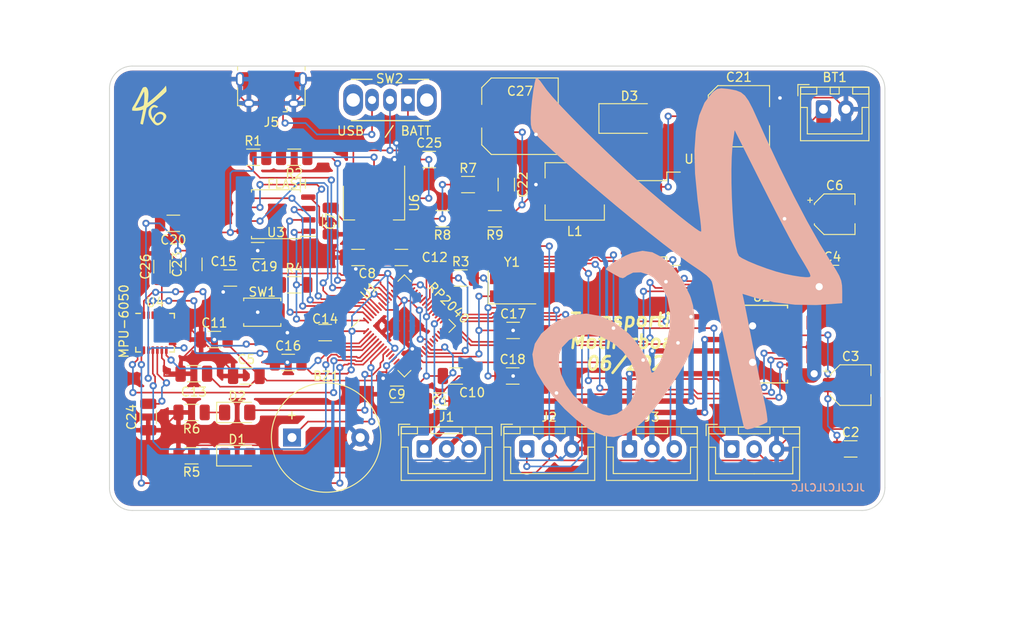
<source format=kicad_pcb>
(kicad_pcb (version 20211014) (generator pcbnew)
  (title_block (title "Transportino Motherboard") (date "2022-06-08") (rev "v01") (comment 4 "Author: Mattia Sicoli"))
  (layers (0 "F.Cu" signal) (31 "B.Cu" signal) (34 "B.Paste" user) (35 "F.Paste" user) (36 "B.SilkS" user "B.Silkscreen") (37 "F.SilkS" user "F.Silkscreen") (38 "B.Mask" user) (39 "F.Mask" user) (44 "Edge.Cuts" user))
  (net 0 "")
  (net 1 "+12V")
  (net 2 "GND")
  (net 3 "BUZZ")
  (net 4 "+3V3")
  (net 5 "+1V1")
  (net 6 "XIN")
  (net 7 "Net-(C18-Pad1)")
  (net 8 "+5V")
  (net 9 "Net-(C24-Pad2)")
  (net 10 "Net-(C26-Pad1)")
  (net 11 "BUCK_CONVERTER")
  (net 12 "Net-(D1-Pad1)")
  (net 13 "Net-(D2-Pad1)")
  (net 14 "STATUS_LED")
  (net 15 "MotorA0")
  (net 16 "MotorA1")
  (net 17 "MotorAENC0")
  (net 18 "MotorAENC1")
  (net 19 "MotorB0")
  (net 20 "MotorB1")
  (net 21 "MotorBENC0")
  (net 22 "MotorBENC1")
  (net 23 "VBUS")
  (net 24 "USB_D-")
  (net 25 "USB_D+")
  (net 27 "Net-(R1-Pad1)")
  (net 28 "Net-(R2-Pad1)")
  (net 29 "XOUT")
  (net 30 "QSPI_CSN")
  (net 31 "Net-(R7-Pad1)")
  (net 32 "Net-(R8-Pad1)")
  (net 33 "SDA")
  (net 34 "SCL")
  (net 35 "INT")
  (net 36 "AD0")
  (net 37 "XDA")
  (net 38 "XCL")
  (net 46 "DRV_EN")
  (net 47 "CtrlAPWM")
  (net 48 "CtrlA0")
  (net 49 "CtrlA1")
  (net 50 "CtrlBPWM")
  (net 51 "CtrlB0")
  (net 52 "CtrlB1")
  (net 57 "QSPI_SD3")
  (net 58 "QSPI_SCLK")
  (net 59 "QSPI_SD0")
  (net 60 "QSPI_SD2")
  (net 61 "QSPI_SD1")
  (net 73 "/OUT")
  (net 74 "/PROG_BTN")
  (net 75 "SWD")
  (net 76 "SWCLK")
  (net 77 "RUN")
  (footprint "Capacitor_SMD:C_1206_3216Metric" (layer "F.Cu") (at 152.146 81.026)
    (fp_text reference "C8")
    (fp_text value "0.1u")
  )
  (footprint "Resistor_SMD:R_1206_3216Metric" (layer "F.Cu") (at 133.604 98.298 180)
    (fp_text reference "R6")
    (fp_text value "1k")
  )
  (footprint "Connector_JST:JST_XH_B3B-XH-A_1x03_P2.50mm_Vertical" (layer "F.Cu") (at 182.372 102.362)
    (fp_text reference "J3")
    (fp_text value "MOTOR_B_0")
  )
  (footprint "Crystal:Crystal_SMD_5032-4Pin_5.0x3.2mm" (layer "F.Cu") (at 169.292 84.344)
    (fp_text reference "Y1")
    (fp_text value "12Mhz")
  )
  (footprint "Inductor_SMD:L_6.3x6.3_H3" (layer "F.Cu") (at 176.276 73.66 180)
    (fp_text reference "L1")
    (fp_text value "330uH")
  )
  (footprint "Connector_JST:JST_XH_B3B-XH-A_1x03_P2.50mm_Vertical" (layer "F.Cu") (at 159.512 102.362)
    (fp_text reference "J1")
    (fp_text value "MOTOR_A_0")
  )
  (footprint "Capacitor_SMD:C_1206_3216Metric" (layer "F.Cu") (at 204.978 82.804)
    (fp_text reference "C4")
    (fp_text value "0.1u")
  )
  (footprint "Capacitor_SMD:C_1206_3216Metric" (layer "F.Cu") (at 156.464 96.266)
    (fp_text reference "C9")
    (fp_text value "0.1u")
  )
  (footprint "Capacitor_SMD:C_1206_3216Metric" (layer "F.Cu") (at 140.97 80.264)
    (fp_text reference "C19")
    (fp_text value "10u")
  )
  (footprint "Resistor_SMD:R_1206_3216Metric" (layer "F.Cu") (at 133.604 103.124 180)
    (fp_text reference "R5")
    (fp_text value "1k")
  )
  (footprint "Resistor_SMD:R_1206_3216Metric" (layer "F.Cu") (at 167.386 76.708 180)
    (fp_text reference "R9")
    (fp_text value "6.2k")
  )
  (footprint "Capacitor_SMD:C_1206_3216Metric" (layer "F.Cu") (at 169.418 89.154)
    (fp_text reference "C17")
    (fp_text value "27p")
  )
  (footprint "Capacitor_SMD:C_1206_3216Metric" (layer "F.Cu") (at 130.302 82.042 90)
    (fp_text reference "C26")
    (fp_text value "2.2n")
  )
  (footprint "Capacitor_SMD:C_1206_3216Metric" (layer "F.Cu") (at 136.144 90.17)
    (fp_text reference "C11")
    (fp_text value "0.1u")
  )
  (footprint "Connector_JST:JST_XH_B3B-XH-A_1x03_P2.50mm_Vertical" (layer "F.Cu") (at 170.942 102.362)
    (fp_text reference "J2")
    (fp_text value "MOTOR_A_1")
  )
  (footprint "Capacitor_SMD:CP_Elec_4x5.4" (layer "F.Cu") (at 207.01 95.25)
    (fp_text reference "C3")
    (fp_text value "10u")
  )
  (footprint "Capacitor_SMD:C_1206_3216Metric" (layer "F.Cu") (at 160.069 70.104)
    (fp_text reference "C25")
    (fp_text value "10u")
  )
  (footprint "Button_Switch_SMD:SW_Push_SPST_NO_Alps_SKRK" (layer "F.Cu") (at 141.478 87.122)
    (fp_text reference "SW1")
    (fp_text value "PROG")
  )
  (footprint "Resistor_SMD:R_1206_3216Metric" (layer "F.Cu") (at 145.034 84.074)
    (fp_text reference "R4")
    (fp_text value "1k")
  )
  (footprint "Capacitor_SMD:C_1206_3216Metric" (layer "F.Cu") (at 168.656 72.898 -90)
    (fp_text reference "C22")
    (fp_text value "10u")
  )
  (footprint "Capacitor_SMD:C_1206_3216Metric" (layer "F.Cu") (at 133.858 81.788 90)
    (fp_text reference "C23")
    (fp_text value "0.1u")
  )
  (footprint "Package_TO_SOT_SMD:TO-263-5_TabPin3" (layer "F.Cu") (at 189.484 76.708)
    (fp_text reference "U5")
    (fp_text value "LM2575BU-ADJ")
  )
  (footprint "Capacitor_SMD:C_1206_3216Metric" (layer "F.Cu") (at 163.068 94.234 180)
    (fp_text reference "C10")
    (fp_text value "0.1u")
  )
  (footprint "Sensor_Motion:InvenSense_QFN-24_4x4mm_P0.5mm" (layer "F.Cu") (at 129.54 89.408)
    (fp_text reference "U4")
    (fp_text value "MPU-6050")
  )
  (footprint "Capacitor_SMD:C_1206_3216Metric" (layer "F.Cu") (at 149.098 76.962 90)
    (fp_text reference "C7")
    (fp_text value "0.1u")
  )
  (footprint "Resistor_SMD:R_1206_3216Metric" (layer "F.Cu") (at 161.544 76.708 180)
    (fp_text reference "R8")
    (fp_text value "1k")
  )
  (footprint "Capacitor_SMD:C_1206_3216Metric" (layer "F.Cu") (at 148.480557 89.399521)
    (fp_text reference "C14")
    (fp_text value "0.1u")
  )
  (footprint "Resistor_SMD:R_1206_3216Metric" (layer "F.Cu") (at 140.462 69.85)
    (fp_text reference "R1")
    (fp_text value "27.4")
  )
  (footprint "Diode_SMD:D_SMA" (layer "F.Cu") (at 182.372 65.532)
    (fp_text reference "D3")
    (fp_text value "SS32")
  )
  (footprint "Capacitor_SMD:C_1206_3216Metric" (layer "F.Cu") (at 128.778 98.806 90)
    (fp_text reference "C24")
    (fp_text value "0.1u")
  )
  (footprint "Connector_JST:JST_XH_B3B-XH-A_1x03_P2.50mm_Vertical" (layer "F.Cu") (at 193.762 102.379)
    (fp_text reference "J4")
    (fp_text value "MOTOR_B_1")
  )
  (footprint "LOGO" (layer "F.Cu") (at 129.286 64.008)
    (fp_text reference "")
    (fp_text value "LOGO" hide)
  )
  (footprint "Capacitor_SMD:C_1206_3216Metric" (layer "F.Cu") (at 207.01 102.362)
    (fp_text reference "C2")
    (fp_text value "0.1u")
  )
  (footprint "Capacitor_SMD:C_1206_3216Metric" (layer "F.Cu") (at 144.367641 92.72317)
    (fp_text reference "C16")
    (fp_text value "0.1u")
  )
  (footprint "Capacitor_SMD:C_Elec_6.3x5.4" (layer "F.Cu") (at 194.564 65.278)
    (fp_text reference "C21")
    (fp_text value "68u")
  )
  (footprint "Buzzer_Beeper:Buzzer_12x9.5RM7.6" (layer "F.Cu") (at 144.79 101.092)
    (fp_text reference "BZ1")
    (fp_text value "BUZZ")
  )
  (footprint "Capacitor_SMD:C_1206_3216Metric" (layer "F.Cu") (at 139.7 94.234)
    (fp_text reference "C5")
    (fp_text value "0.1u")
  )
  (footprint "LED_SMD:LED_1206_3216Metric" (layer "F.Cu") (at 138.684 103.124)
    (fp_text reference "D1")
    (fp_text value "POWER")
  )
  (footprint "Package_SO:SOIC-8_5.23x5.23mm_P1.27mm" (layer "F.Cu") (at 143.002 76.2 180)
    (fp_text reference "U3")
    (fp_text value "FLASH")
  )
  (footprint "Package_TO_SOT_SMD:SOT-223-3_TabPin2" (layer "F.Cu") (at 153.924 74.93 -90)
    (fp_text reference "U6")
    (fp_text value "NCP1117-3.3_SOT223")
  )
  (footprint "Package_SO:SSOP-24_5.3x8.2mm_P0.65mm" (layer "F.Cu") (at 197.104 90.678)
    (fp_text reference "U2")
    (fp_text value "TB6612FNG")
  )
  (footprint "Capacitor_SMD:C_1206_3216Metric" (layer "F.Cu") (at 161.29 97.028)
    (fp_text reference "C1")
    (fp_text value "0.1u")
  )
  (footprint "Capacitor_SMD:C_1206_3216Metric" (layer "F.Cu") (at 137.922 83.312)
    (fp_text reference "C15")
    (fp_text value "1u")
  )
  (footprint "Package_DFN_QFN:QFN-56_EP_7.75x7.75_Pitch0.4mm" (layer "F.Cu") (at 157.306944 88.646 45)
    (fp_text reference "U1")
    (fp_text value "RP2040")
  )
  (footprint "LED_SMD:LED_1206_3216Metric" (layer "F.Cu") (at 138.684 98.298)
    (fp_text reference "D2")
    (fp_text value "STATUS")
  )
  (footprint "Capacitor_SMD:C_Elec_8x10.2" (layer "F.Cu") (at 170.18 65.278)
    (fp_text reference "C27")
    (fp_text value "330u")
  )
  (footprint "Button_Switch_THT:SW_CuK_OS102011MA1QN1_SPDT_Angled" (layer "F.Cu") (at 157.702 63.468 180)
    (fp_text reference "SW2")
    (fp_text value "SW_DPDT_x2")
  )
  (footprint "Connector_JST:JST_XH_B2B-XH-A_1x02_P2.50mm_Vertical" (layer "F.Cu") (at 203.982 64.499)
    (fp_text reference "BT1")
    (fp_text value "Battery")
  )
  (footprint "Capacitor_SMD:C_1206_3216Metric" (layer "F.Cu") (at 169.369 94.234)
    (fp_text reference "C18")
    (fp_text value "27p")
  )
  (footprint "Capacitor_SMD:CP_Elec_4x5.4" (layer "F.Cu") (at 205.232 76.2)
    (fp_text reference "C6")
    (fp_text value "10u")
  )
  (footprint "Capacitor_SMD:C_1206_3216Metric" (layer "F.Cu") (at 131.572 77.216 180)
    (fp_text reference "C20")
    (fp_text value "10n")
  )
  (footprint "Capacitor_SMD:C_1206_3216Metric" (layer "F.Cu") (at 133.858 93.98)
    (fp_text reference "C13")
    (fp_text value "1u")
  )
  (footprint "Resistor_SMD:R_1206_3216Metric" (layer "F.Cu") (at 145.034 69.85 180)
    (fp_text reference "R2")
    (fp_text value "27.4")
  )
  (footprint "Resistor_SMD:R_1206_3216Metric" (layer "F.Cu") (at 164.3995 72.898)
    (fp_text reference "R7")
    (fp_text value "1k")
  )
  (footprint "Resistor_SMD:R_1206_3216Metric" (layer "F.Cu") (at 163.576 83.312)
    (fp_text reference "R3")
    (fp_text value "1k")
  )
  (footprint "Capacitor_SMD:C_1206_3216Metric" (layer "F.Cu") (at 156.972 81.026 180)
    (fp_text reference "C12")
    (fp_text value "0.1u")
  )
  (footprint "Connector_USB:USB_Micro-B_Amphenol_10118194_Horizontal" (layer "F.Cu") (at 142.489229 62.444597 180)
    (fp_text reference "J5")
    (fp_text value "USB_B_Micro")
  )
  (footprint "LOGO" (layer "B.Cu") (at 185.205965 80.267758 180)
    (fp_text reference "")
    (fp_text value "LOGO" hide)
  )
  (gr_line (start 208.28 59.69) (end 127 59.69) (layer "Edge.Cuts") (width 0.1))
  (gr_arc (start 124.46 62.23) (mid 125.203949 60.433949) (end 127 59.69) (layer "Edge.Cuts") (width 0.1))
  (gr_arc (start 208.28 59.69) (mid 210.076051 60.433949) (end 210.82 62.23) (layer "Edge.Cuts") (width 0.1))
  (gr_line (start 210.82 106.68) (end 210.82 62.23) (layer "Edge.Cuts") (width 0.1))
  (gr_line (start 127 109.22) (end 208.28 109.22) (layer "Edge.Cuts") (width 0.1))
  (gr_arc (start 210.82 106.68) (mid 210.076051 108.476051) (end 208.28 109.22) (layer "Edge.Cuts") (width 0.1))
  (gr_line (start 124.46 62.23) (end 124.46 106.68) (layer "Edge.Cuts") (width 0.1))
  (gr_arc (start 127 109.22) (mid 125.203949 108.476051) (end 124.46 106.68) (layer "Edge.Cuts") (width 0.1))
  (gr_text "JLCJLCJLCJLC" (at 204.47 106.68) (layer "B.SilkS") (effects (font (size 0.8 0.8)) (justify mirror)))
  (gr_text "Transportino\nMotherboard\n06/2022" (at 182.626 90.424) (layer "F.SilkS") (effects (font (size 1.5 1.5) (thickness 0.3) italic)))
  (gr_text "USB   / BATT" (at 155.047249 66.919449) (layer "F.SilkS") (effects (font (size 1 1))))
  (gr_text "RP2040" (at 162.221057 86.088846 -45) (layer "F.SilkS") (effects (font (size 1 1))))
  (segment (start 192.0265 65.278) (end 186.69 65.278) (width 0.18) (layer "F.Cu") (net 1))
  (segment (start 202.946 93.98) (end 202.748489 94.177511) (width 1.6) (layer "F.Cu") (net 1))
  (segment (start 193.11602 66.36752) (end 202.11348 66.36752) (width 0.18) (layer "F.Cu") (net 1))
  (segment (start 201.253511 86.528489) (end 200.914 86.528489) (width 1.6) (layer "F.Cu") (net 1))
  (segment (start 203.982 75.65) (end 203.432 76.2) (width 1.6) (layer "F.Cu") (net 1))
  (segment (start 203.432 82.733) (end 203.503 82.804) (width 1.6) (layer "F.Cu") (net 1))
  (segment (start 203.503 82.804) (end 203.503 84.279) (width 1.6) (layer "F.Cu") (net 1))
  (segment (start 203.503 84.279) (end 201.253511 86.528489) (width 1.6) (layer "F.Cu") (net 1))
  (segment (start 186.69 73.152) (end 183.865 73.152) (width 0.18) (layer "F.Cu") (net 1))
  (segment (start 183.865 73.152) (end 183.709 73.308) (width 0.18) (layer "F.Cu") (net 1))
  (segment (start 203.982 64.499) (end 203.982 75.65) (width 1.6) (layer "F.Cu") (net 1))
  (segment (start 202.748489 94.177511) (end 200.704 94.177511) (width 1.6) (layer "F.Cu") (net 1))
  (segment (start 192.0265 65.278) (end 193.11602 66.36752) (width 0.18) (layer "F.Cu") (net 1))
  (segment (start 203.432 76.2) (end 203.432 82.733) (width 1.6) (layer "F.Cu") (net 1))
  (segment (start 202.11348 66.36752) (end 203.982 64.499) (width 0.18) (layer "F.Cu") (net 1))
  (via (at 202.946 93.98) (size 1.6) (drill 0.8) (layers "F.Cu" "B.Cu") (net 1))
  (via (at 186.69 73.152) (size 0.8) (drill 0.4) (layers "F.Cu" "B.Cu") (net 1))
  (via (at 203.503 84.279) (size 1.6) (drill 0.8) (layers "F.Cu" "B.Cu") (net 1))
  (via (at 186.69 65.278) (size 0.8) (drill 0.4) (layers "F.Cu" "B.Cu") (net 1))
  (segment (start 202.946 84.836) (end 202.946 93.98) (width 1.6) (layer "B.Cu") (net 1))
  (segment (start 203.503 84.279) (end 202.946 84.836) (width 1.6) (layer "B.Cu") (net 1))
  (segment (start 186.69 65.278) (end 186.69 73.152) (width 0.18) (layer "B.Cu") (net 1))
  (segment (start 193.802 92.71) (end 193.504 92.412) (width 0.6) (layer "F.Cu") (net 2))
  (segment (start 173.78 65.278) (end 174.715511 64.342489) (width 0.18) (layer "F.Cu") (net 2))
  (segment (start 156.17852 97.45552) (end 159.38748 97.45552) (width 0.18) (layer "F.Cu") (net 2))
  (segment (start 169.418 94.234) (end 170.844 94.234) (width 0.18) (layer "F.Cu") (net 2))
  (segment (start 208.81 90.954) (end 208.81 85.161) (width 0.18) (layer "F.Cu") (net 2))
  (segment (start 144.994 66.254) (end 146.996364 68.256364) (width 0.18) (layer "F.Cu") (net 2))
  (segment (start 184.372 65.532) (end 185.71552 64.18848) (width 0.18) (layer "F.Cu") (net 2))
  (segment (start 169.65448 95.42352) (end 170.844 94.234) (width 0.18) (layer "F.Cu") (net 2))
  (segment (start 132.657 88.158) (end 134.669 90.17) (width 0.18) (layer "F.Cu") (net 2))
  (segment (start 208.485 102.362) (end 208.485 95.575) (width 0.18) (layer "F.Cu") (net 2))
  (segment (start 159.815 97.028) (end 160.536996 97.028) (width 0.18) (layer "F.Cu") (net 2))
  (segment (start 158.447 81.026) (end 158.447 82.091) (width 0.18) (layer "F.Cu") (net 2))
  (segment (start 132.129 94.234) (end 132.383 93.98) (width 0.18) (layer "F.Cu") (net 2))
  (segment (start 178.155511 100.148489) (end 200.992511 100.148489) (width 0.18) (layer "F.Cu") (net 2))
  (segment (start 131.49 88.158) (end 132.657 88.158) (width 0.18) (layer "F.Cu") (net 2))
  (segment (start 200.992511 100.148489) (end 206.271489 100.148489) (width 0.18) (layer "F.Cu") (net 2))
  (segment (start 143.734978 102.616) (end 150.866 102.616) (width 0.18) (layer "F.Cu") (net 2))
  (segment (start 193.802 88.646) (end 193.548 88.9) (width 0.6) (layer "F.Cu") (net 2))
  (segment (start 136.398 83.263) (end 136.447 83.312) (width 0.18) (layer "F.Cu") (net 2))
  (segment (start 156.224 71.78) (end 156.27052 71.73348) (width 0.18) (layer "F.Cu") (net 2))
  (segment (start 132.383 93.98) (end 132.383 92.456) (width 0.18) (layer "F.Cu") (net 2))
  (segment (start 196.01198 64.18848) (end 197.1015 65.278) (width 0.18) (layer "F.Cu") (net 2))
  (segment (start 206.271489 100.148489) (end 208.485 102.362) (width 0.18) (layer "F.Cu") (net 2))
  (segment (start 193.504 92.412) (end 193.504 92.877991) (width 0.6) (layer "F.Cu") (net 2))
  (segment (start 206.482 75.65) (end 206.482 64.499) (width 0.18) (layer "F.Cu") (net 2))
  (segment (start 133.858 83.263) (end 136.398 83.263) (width 0.18) (layer "F.Cu") (net 2))
  (segment (start 137.126 84.87) (end 139.378 87.122) (width 0.18) (layer "F.Cu") (net 2))
  (segment (start 159.38748 97.45552) (end 159.815 97.028) (width 0.18) (layer "F.Cu") (net 2))
  (segment (start 143.078458 101.95948) (end 143.734978 102.616) (width 0.18) (layer "F.Cu") (net 2))
  (segment (start 163.068 70.104) (end 164.69748 71.73348) (width 0.18) (layer "F.Cu") (net 2))
  (segment (start 156.27052 71.73348) (end 164.69748 71.73348) (width 0.18) (layer "F.Cu") (net 2))
  (segment (start 146.996364 68.256364) (end 156.4235 68.256364) (width 0.18) (layer "F.Cu") (net 2))
  (segment (start 161.544 70.104) (end 163.068 70.104) (width 0.18) (layer "F.Cu") (net 2))
  (segment (start 144.272 89.408) (end 147.115 89.408) (width 0.18) (layer "F.Cu") (net 2))
  (segment (start 150.671 81.026) (end 150.671 81.075) (width 0.18) (layer "F.Cu") (net 2))
  (segment (start 142.445 80.264) (end 148.844 80.264) (width 0.18) (layer "F.Cu") (net 2))
  (segment (start 146.602 74.295) (end 146.753575 74.295) (width 0.18) (layer "F.Cu") (net 2))
  (segment (start 132.1415 98.298) (end 132.1415 103.124) (width 0.18) (layer "F.Cu") (net 2))
  (segment (start 154.94 94.488) (end 154.94 96.217) (width 0.18) (layer "F.Cu") (net 2))
  (segment (start 138.994 63.061) (end 138.994 61.361) (width 0.18) (layer "F.Cu") (net 2))
  (segment (start 164.543 94.234) (end 165.73252 95.42352) (width 0.18) (layer "F.Cu") (net 2))
  (segment (start 128.778 100.281) (end 130.1585 100.281) (width 0.18) (layer "F.Cu") (net 2))
  (segment (start 168.656 72.898) (end 171.958 72.898) (width 0.18) (layer "F.Cu") (net 2))
  (segment (start 148.844 80.264) (end 149.909 80.264) (width 0.18) (layer "F.Cu") (net 2))
  (segment (start 199.17002 63.20948) (end 205.19248 63.20948) (width 0.18) (layer "F.Cu") (net 2))
  (segment (start 196.088 88.646) (end 193.802 88.646) (width 0.6) (layer "F.Cu") (net 2))
  (segment (start 133.047 77.216) (end 133.047 77.822) (width 0.18) (layer "F.Cu") (net 2))
  (segment (start 145.989229 62.844597) (end 144.989229 63.844597) (width 0.18) (layer "F.Cu") (net 2))
  (segment (start 187.198 76.708) (end 192.859 76.708) (width 0.18) (layer "F.Cu") (net 2))
  (segment (start 171.958 67.31) (end 171.958 67.1) (width 0.18) (layer "F.Cu") (net 2))
  (segment (start 198.762 102.379) (end 200.992511 100.148489) (width 0.18) (layer "F.Cu") (net 2))
  (segment (start 165.73252 95.42352) (end 169.65448 95.42352) (width 0.18) (layer "F.Cu") (net 2))
  (segment (start 149.098 80.01) (end 148.844 80.264) (width 0.18) (layer "F.Cu") (net 2))
  (segment (start 140.97 80.264) (end 142.445 80.264) (width 0.18) (layer "F.Cu") (net 2))
  (segment (start 141.489229 61.144597) (end 143.489229 61.144597) (width 0.18) (layer "F.Cu") (net 2))
  (segment (start 138.994 63.061) (end 139.777597 63.844597) (width 0.18) (layer "F.Cu") (net 2))
  (segment (start 193.548 88.9) (end 193.504 88.856) (width 0.6) (layer "F.Cu") (net 2))
  (segment (start 130.302 80.567) (end 131.162 80.567) (width 0.18) (layer "F.Cu") (net 2))
  (segment (start 183.709 80.108) (end 185.459 80.108) (width 0.18) (layer "F.Cu") (net 2))
  (segment (start 192.859 76.708) (end 199.644 76.708) (width 0.18) (layer "F.Cu") (net 2))
  (segment (start 171.958 67.1) (end 173.78 65.278) (width 0.18) (layer "F.Cu") (net 2))
  (segment (start 133.30602 101.95948) (end 143.078458 101.95948) (width 0.18) (layer "F.Cu") (net 2))
  (segment (start 139.378 87.122) (end 140.97 87.122) (width 0.18) (layer "F.Cu") (net 2))
  (segment (start 154.94 96.217) (end 154.989 96.266) (width 0.18) (layer "F.Cu") (net 2))
  (segment (start 208.81 95.25) (end 208.81 90.954) (width 0.18) (layer "F.Cu") (net 2))
  (segment (start 130.1585 100.281) (end 132.1415 98.298) (width 0.18) (layer "F.Cu") (net 2))
  (segment (start 158.447 82.091) (end 157.988 82.55) (width 0.18) (layer "F.Cu") (net 2))
  (segment (start 142.797 92.71) (end 144.272 92.71) (width 0.18) (layer "F.Cu") (net 2))
  (segment (start 207.032 76.2) (end 206.482 75.65) (width 0.18) (layer "F.Cu") (net 2))
  (segment (start 158.685192 91.438461) (end 158.402349 91.438461) (width 0.18) (layer "F.Cu") (net 2))
  (segment (start 183.182489 64.342489) (end 184.372 65.532) (width 0.18) (layer "F.Cu") (net 2))
  (segment (start 127.59 88.158) (end 127.59 83.279) (width 0.18) (layer "F.Cu") (net 2))
  (segment (start 147.828 77.167) (end 149.098 78.437) (width 0.18) (layer "F.Cu") (net 2))
  (segment (start 139.989229 63.844597) (end 141.189229 63.844597) (width 0.18) (layer "F.Cu") (net 2))
  (segment (start 146.753575 74.295) (end 147.828 75.369425) (width 0.18) (layer "F.Cu") (net 2))
  (segment (start 208.761 91.003) (end 208.81 90.954) (width 0.18) (layer "F.Cu") (net 2))
  (segment (start 158.402349 91.438461) (end 157.306944 90.343056) (width 0.18) (layer "F.Cu") (net 2))
  (segment (start 174.715511 64.342489) (end 183.182489 64.342489) (width 0.18) (layer "F.Cu") (net 2))
  (segment (start 160.536996 97.028) (end 163.330996 94.234) (width 0.18) (layer "F.Cu") (net 2))
  (segment (start 147.828 75.369425) (end 147.828 77.167) (width 0.18) (layer "F.Cu") (net 2))
  (segment (start 136.447 83.312) (end 136.447 84.191) (width 0.18) (layer "F.Cu") (net 2))
  (segment (start 206.453 82.804) (end 207.032 82.225) (width 0.18) (layer "F.Cu") (net 2))
  (segment (start 156.224 70.118) (end 156.21 70.104) (width 0.18) (layer "F.Cu") (net 2))
  (segment (start 138.225 93.726) (end 134.669 90.17) (width 0.18) (layer "F.Cu") (net 2))
  (segment (start 130.556 94.234) (end 132.129 94.234) (width 0.18) (layer "F.Cu") (net 2))
  (segment (start 197.1015 65.278) (end 199.17002 63.20948) (width 0.18) (layer "F.Cu") (net 2))
  (segment (start 154.989 96.266) (end 156.17852 97.45552) (width 0.18) (layer "F.Cu") (net 2))
  (segment (start 149.098 78.437) (end 149.098 80.01) (width 0.18) (layer "F.Cu") (net 2))
  (segment (start 132.1415 103.124) (end 133.30602 101.95948) (width 0.18) (layer "F.Cu") (net 2))
  (segment (start 139.589229 61.144597) (end 141.489229 61.144597) (width 0.18) (layer "F.Cu") (net 2))
  (segment (start 150.866 102.616) (end 152.39 101.092) (width 0.18) (layer "F.Cu") (net 2))
  (segment (start 156.224 71.78) (end 156.224 70.118) (width 0.18) (layer "F.Cu") (net 2))
  (segment (start 193.504 88.856) (end 193.504 88.478009) (width 0.6) (layer "F.Cu") (net 2))
  (segment (start 144.994 64.061) (end 144.994 66.254) (width 0.18) (layer "F.Cu") (net 2))
  (segment (start 205.19248 63.20948) (end 206.482 64.499) (width 0.18) (layer "F.Cu") (net 2))
  (segment (start 149.909 80.264) (end 150.671 81.026) (width 0.18) (layer "F.Cu") (net 2))
  (segment (start 132.383 92.456) (end 134.669 90.17) (width 0.18) (layer "F.Cu") (net 2))
  (segment (start 139.777597 63.844597) (end 139.989229 63.844597) (width 0.18) (layer "F.Cu") (net 2))
  (segment (start 208.81 85.161) (end 206.453 82.804) (width 0.18) (layer "F.Cu") (net 2))
  (segment (start 185.459 80.108) (end 187.198 78.369) (width 0.18) (layer "F.Cu") (net 2))
  (segment (start 164.69748 71.73348) (end 165.862 72.898) (width 0.18) (layer "F.Cu") (net 2))
  (segment (start 168.656 74.373) (end 168.656 72.898) (width 0.18) (layer "F.Cu") (net 2))
  (segment (start 163.330996 94.234) (end 164.543 94.234) (width 0.18) (layer "F.Cu") (net 2))
  (segment (start 145.389229 61.144597) (end 145.989229 61.144597) (width 0.18) (layer "F.Cu") (net 2))
  (segment (start 134.669 90.17) (end 136.144 90.17) (width 0.18) (layer "F.Cu") (net 2))
  (segment (start 200.704 91.003) (end 208.761 91.003) (width 0.18) (layer "F.Cu") (net 2))
  (segment (start 187.198 78.369) (end 187.198 76.708) (width 0.18) (layer "F.Cu") (net 2))
  (segment (start 136.447 84.191) (end 137.126 84.87) (width 0.18) (layer "F.Cu") (net 2))
  (segment (start 165.862 72.898) (end 168.656 72.898) (width 0.18) (layer "F.Cu") (net 2))
  (segment (start 185.71552 64.18848) (end 196.01198 64.18848) (width 0.18) (layer "F.Cu") (net 2))
  (segment (start 133.047 77.822) (end 130.302 80.567) (width 0.18) (layer "F.Cu") (net 2))
  (segment (start 159.030517 91.783786) (end 158.685192 91.438461) (width 0.18) (layer "F.Cu") (net 2))
  (segment (start 196.088 92.71) (end 193.802 92.71) (width 0.6) (layer "F.Cu") (net 2))
  (segment (start 131.162 80.567) (end 133.858 83.263) (width 0.18) (layer "F.Cu") (net 2))
  (segment (start 208.485 95.575) (end 208.81 95.25) (width 0.18) (layer "F.Cu") (net 2))
  (segment (start 175.942 102.362) (end 178.155511 100.148489) (width 0.18) (layer "F.Cu") (net 2))
  (segment (start 170.893 89.154) (end 169.418 89.154) (width 0.18) (layer "F.Cu") (net 2))
  (segment (start 130.556 92.496883) (end 130.556 94.234) (width 0.18) (layer "F.Cu") (net 2))
  (segment (start 143.489229 61.144597) (end 145.389229 61.144597) (width 0.18) (layer "F.Cu") (net 2))
  (segment (start 183.709 76.708) (end 187.198 76.708) (width 0.18) (layer "F.Cu") (net 2))
  (segment (start 138.225 94.234) (end 138.225 93.726) (width 0.18) (layer "F.Cu") (net 2))
  (segment (start 145.989229 61.144597) (end 145.989229 62.844597) (width 0.18) (layer "F.Cu") (net 2))
  (segment (start 130.29 92.230883) (end 130.556 92.496883) (width 0.18) (layer "F.Cu") (net 2))
  (segment (start 130.29 91.358) (end 130.29 92.230883) (width 0.18) (layer "F.Cu") (net 2))
  (segment (start 150.671 81.075) (end 151.892 82.296) (width 0.18) (layer "F.Cu") (net 2))
  (segment (start 127.59 83.279) (end 130.302 80.567) (width 0.18) (layer "F.Cu") (net 2))
  (segment (start 207.032 82.225) (end 207.032 76.2) (width 0.18) (layer "F.Cu") (net 2))
  (via (at 140.97 80.264) (size 0.8) (drill 0.4) (layers "F.Cu" "B.Cu") (net 2))
  (via (at 171.958 72.898) (size 0.8) (drill 0.4) (layers "F.Cu" "B.Cu") (net 2))
  (via (at 157.988 82.55) (size 0.8) (drill 0.4) (layers "F.Cu" "B.Cu") (net 2))
  (via (at 156.21 70.104) (size 0.8) (drill 0.4) (layers "F.Cu" "B.Cu") (net 2))
  (via (at 199.644 76.708) (size 0.8) (drill 0.4) (layers "F.Cu" "B.Cu") (net 2))
  (via (at 169.418 89.154) (size 0.8) (drill 0.4) (layers "F.Cu" "B.Cu") (net 2))
  (via (at 144.272 92.71) (size 0.8) (drill 0.4) (layers "F.Cu" "B.Cu") (net 2))
  (via (at 196.088 88.646) (size 1.6) (drill 0.8) (layers "F.Cu" "B.Cu") (net 2))
  (via (at 171.958 67.31) (size 0.8) (drill 0.4) (layers "F.Cu" "B.Cu") (net 2))
  (via (at 199.136 63.246) (size 0.8) (drill 0.4) (layers "F.Cu" "B.Cu") (net 2))
  (via (at 156.4235 68.256364) (size 0.8) (drill 0.4) (layers "F.Cu" "B.Cu") (net 2))
  (via (at 137.126 84.87) (size 0.8) (drill 0.4) (layers "F.Cu" "B.Cu") (net 2))
  (via (at 154.94 94.488) (size 0.8) (drill 0.4) (layers "F.Cu" "B.Cu") (net 2))
  (via (at 158.183693 91.208738) (size 0.8) (drill 0.4) (layers "F.Cu" "B.Cu") (net 2))
  (via (at 196.088 92.71) (size 1.6) (drill 0.8) (layers "F.Cu" "B.Cu") (net 2))
  (via (at 140.97 87.122) (size 0.8) (drill 0.4) (layers "F.Cu" "B.Cu") (net 2))
  (via (at 136.144 90.17) (size 0.8) (drill 0.4) (layers "F.Cu" "B.Cu") (net 2))
  (via (at 169.418 94.234) (size 0.8) (drill 0.4) (layers "F.Cu" "B.Cu") (net 2))
  (via (at 144.272 89.408) (size 0.8) (drill 0.4) (layers "F.Cu" "B.Cu") (net 2))
  (via (at 151.892 82.296) (size 0.8) (drill 0.4) (layers "F.Cu" "B.Cu") (net 2))
  (segment (start 199.644 63.754) (end 199.136 63.246) (width 0.18) (layer "B.Cu") (net 2))
  (segment (start 156.21 70.104) (end 156.4235 69.8905) (width 0.18) (layer "B.Cu") (net 2))
  (segment (start 158.183693 91.208738) (end 154.94 94.452431) (width 0.18) (layer "B.Cu") (net 2))
  (segment (start 152.39 101.092) (end 154.92452 103.62652) (width 0.18) (layer "B.Cu") (net 2))
  (segment (start 157.552489 82.114489) (end 157.988 82.55) (width 0.18) (layer "B.Cu") (net 2))
  (segment (start 169.418 94.234) (end 169.418 103.62104) (width 0.18) (layer "B.Cu") (net 2))
  (segment (start 196.088 88.646) (end 196.088 92.71) (width 0.6) (layer "B.Cu") (net 2))
  (segment (start 151.892 82.296) (end 152.073511 82.114489) (width 0.18) (layer "B.Cu") (net 2))
  (segment (start 157.988 91.013045) (end 158.183693 91.208738) (width 0.18) (layer "B.Cu") (net 2))
  (segment (start 152.073511 82.114489) (end 157.552489 82.114489) (width 0.18) (layer "B.Cu") (net 2))
  (segment (start 171.958 72.898) (end 171.958 67.31) (width 0.18) (layer "B.Cu") (net 2))
  (segment (start 199.644 76.708) (end 199.644 63.754) (width 0.18) (layer "B.Cu") (net 2))
  (segment (start 206.482 76.22) (end 196.088 86.614) (width 1.2) (layer "B.Cu") (net 2))
  (segment (start 169.418 89.154) (end 169.418 94.234) (width 0.18) (layer "B.Cu") (net 2))
  (segment (start 157.988 82.55) (end 157.988 91.013045) (width 0.18) (layer "B.Cu") (net 2))
  (segment (start 136.144 85.852) (end 137.126 84.87) (width 0.18) (layer "B.Cu") (net 2))
  (segment (start 140.97 87.122) (end 140.97 80.264) (width 0.18) (layer "B.Cu") (net 2))
  (segment (start 136.144 90.17) (end 136.144 85.852) (width 0.18) (layer "B.Cu") (net 2))
  (segment (start 174.67748 103.62652) (end 175.942 102.362) (width 0.18) (layer "B.Cu") (net 2))
  (segment (start 144.272 92.71) (end 144.272 89.408) (width 0.18) (layer "B.Cu") (net 2))
  (segment (start 154.92452 103.62652) (end 169.42348 103.62652) (width 0.18) (layer "B.Cu") (net 2))
  (segment (start 206.482 64.499) (end 206.482 76.22) (width 1.2) (layer "B.Cu") (net 2))
  (segment (start 154.94 94.452431) (end 154.94 94.488) (width 0.18) (layer "B.Cu") (net 2))
  (segment (start 169.418 103.62104) (end 169.42348 103.62652) (width 0.18) (layer "B.Cu") (net 2))
  (segment (start 196.088 86.614) (end 196.088 88.646) (width 1.2) (layer "B.Cu") (net 2))
  (segment (start 169.42348 103.62652) (end 174.67748 103.62652) (width 0.18) (layer "B.Cu") (net 2))
  (segment (start 156.4235 69.8905) (end 156.4235 68.256364) (width 0.18) (layer "B.Cu") (net 2))
  (segment (start 146.568 99.314) (end 144.79 101.092) (width 0.18) (layer "F.Cu") (net 3))
  (segment (start 153.67 99.314) (end 146.568 99.314) (width 0.18) (layer "F.Cu") (net 3))
  (segment (start 153.578575 92.657212) (end 155.017686 91.218101) (width 0.18) (layer "F.Cu") (net 3))
  (segment (start 153.578575 93.311329) (end 153.578575 92.657212) (width 0.18) (layer "F.Cu") (net 3))
  (via (at 153.578575 93.311329) (size 0.8) (drill 0.4) (layers "F.Cu" "B.Cu") (net 3))
  (via (at 153.67 99.314) (size 0.8) (drill 0.4) (layers "F.Cu" "B.Cu") (net 3))
  (segment (start 153.578575 93.311329) (end 153.67 93.402754) (width 0.18) (layer "B.Cu") (net 3))
  (segment (start 153.67 93.402754) (end 153.67 99.314) (width 0.18) (layer "B.Cu") (net 3))
  (segment (start 153.924 71.78) (end 153.924 74.422) (width 0.18) (layer "F.Cu") (net 4))
  (segment (start 155.448 82.804) (end 155.266489 82.985511) (width 0.18) (layer "F.Cu") (net 4))
  (segment (start 205.486 100.838) (end 205.486 102.313) (width 0.18) (layer "F.Cu") (net 4))
  (segment (start 160.02 74.422) (end 153.924 74.422) (width 0.18) (layer "F.Cu") (net 4))
  (segment (start 155.448 82.804) (end 156.213258 83.569258) (width 0.18) (layer "F.Cu") (net 4))
  (segment (start 150.9485 93.98) (end 147.017 93.98) (width 0.18) (layer "F.Cu") (net 4))
  (segment (start 159.0765 84.074) (end 159.034018 84.031518) (width 0.18) (layer "F.Cu") (net 4))
  (segment (start 158.594 70.104) (end 160.02 70.104) (width 0.18) (layer "F.Cu") (net 4))
  (segment (start 151.384 93.5445) (end 150.9485 93.98) (width 0.18) (layer "F.Cu") (net 4))
  (segment (start 158.244471 84.031518) (end 157.899146 84.376843) (width 0.18) (layer "F.Cu") (net 4))
  (segment (start 204.47 93.98) (end 204.47 94.51) (width 0.18) (layer "F.Cu") (net 4))
  (segment (start 150.295511 82.985511) (end 150.114 82.804) (width 0.18) (layer "F.Cu") (net 4))
  (segment (start 157.939 96.266) (end 157.939 96.061) (width 0.18) (layer "F.Cu") (net 4))
  (segment (start 149.098 75.487) (end 151.691 78.08) (width 0.18) (layer "F.Cu") (net 4))
  (segment (start 161.798 91.00746) (end 161.48802 91.31744) (width 0.18) (layer "F.Cu") (net 4))
  (segment (start 156.21 91.174587) (end 156.242444 91.142143) (width 0.18) (layer "F.Cu") (net 4))
  (segment (start 155.6 79.756) (end 153.924 78.08) (width 0.18) (layer "F.Cu") (net 4))
  (segment (start 200.704 89.703) (end 204.429 89.703) (width 0.18) (layer "F.Cu") (net 4))
  (segment (start 155.266489 82.985511) (end 150.295511 82.985511) (width 0.18) (layer "F.Cu") (net 4))
  (segment (start 159.766 94.234) (end 161.593 94.234) (width 0.18) (layer "F.Cu") (net 4))
  (segment (start 139.402 78.105) (end 138.049 78.105) (width 0.18) (layer "F.Cu") (net 4))
  (segment (start 160.099405 87.282574) (end 159.766 87.615979) (width 0.18) (layer "F.Cu") (net 4))
  (segment (start 154.599473 85.09) (end 155.300529 85.791056) (width 0.18) (layer "F.Cu") (net 4))
  (segment (start 157.939 96.061) (end 159.766 94.234) (width 0.18) (layer "F.Cu") (net 4))
  (segment (start 174.72352 103.64352) (end 197.62352 103.64352) (width 0.18) (layer "F.Cu") (net 4))
  (segment (start 205.21 95.25) (end 204.47 95.99) (width 0.18) (layer "F.Cu") (net 4))
  (segment (start 160.459552 86.922427) (end 160.099405 87.282574) (width 0.18) (layer "F.Cu") (net 4))
  (segment (start 128.524 77.216) (end 130.097 77.216) (width 0.18) (layer "F.Cu") (net 4))
  (segment (start 161.593 94.234) (end 162.355894 94.234) (width 0.18) (layer "F.Cu") (net 4))
  (segment (start 204.25348 103.64352) (end 197.62352 103.64352) (width 0.18) (layer "F.Cu") (net 4))
  (segment (start 156.21 91.438461) (end 156.21 91.174587) (width 0.18) (layer "F.Cu") (net 4))
  (segment (start 155.583371 91.783786) (end 155.928696 91.438461) (width 0.18) (layer "F.Cu") (net 4))
  (segment (start 160.261227 91.31744) (end 159.879045 90.935258) (width 0.18) (layer "F.Cu") (net 4))
  (segment (start 155.497 81.026) (end 153.621 81.026) (width 0.18) (layer "F.Cu") (net 4))
  (segment (start 151.468202 89.238202) (end 153.037787 89.238202) (width 0.18) (layer "F.Cu") (net 4))
  (segment (start 153.924 71.78) (end 153.924 69.85) (width 0.18) (layer "F.Cu") (net 4))
  (segment (start 147.017 93.98) (end 145.747 92.71) (width 0.18) (layer "F.Cu") (net 4))
  (segment (start 161.544 97.028) (end 162.765 97.028) (width 0.18) (layer "F.Cu") (net 4))
  (segment (start 171.953469 105.005531) (end 173.442 103.517) (width 0.18) (layer "F.Cu") (net 4))
  (segment (start 197.62352 103.64352) (end 197.52652 103.64352) (width 0.18) (layer "F.Cu") (net 4))
  (segment (start 139.402 80.171) (end 139.495 80.264) (width 0.18) (layer "F.Cu") (net 4))
  (segment (start 173.442 102.362) (end 174.72352 103.64352) (width 0.18) (layer "F.Cu") (net 4))
  (segment (start 138.049 78.105) (end 137.922 78.232) (width 0.18) (layer "F.Cu") (net 4))
  (segment (start 153.924 85.09) (end 154.033787 85.09) (width 0.18) (layer "F.Cu") (net 4))
  (segment (start 128.79 94.476) (end 128.778 94.488) (width 0.18) (layer "F.Cu") (net 4))
  (segment (start 155.497 79.859) (end 155.6 79.756) (width 0.18) (layer "F.Cu") (net 4))
  (segment (start 205.535 102.362) (end 204.25348 103.64352) (width 0.18) (layer "F.Cu") (net 4))
  (segment (start 155.448 82.804) (end 155.448 83.675787) (width 0.18) (layer "F.Cu") (net 4))
  (segment (start 173.442 79.756) (end 155.6 79.756) (width 0.18) (layer "F.Cu") (net 4))
  (segment (start 135.939 78.232) (end 137.922 78.232) (width 0.18) (layer "F.Cu") (net 4))
  (segment (start 161.48802 91.31744) (end 160.261227 91.31744) (width 0.18) (layer "F.Cu") (net 4))
  (segment (start 204.429 89.703) (end 204.47 89.662) (width 0.18) (layer "F.Cu") (net 4))
  (segment (start 132.759949 91.103949) (end 131.935949 91.103949) (width 0.18) (layer "F.Cu") (net 4))
  (segment (start 159.034018 84.031518) (end 158.244471 84.031518) (width 0.18) (layer "F.Cu") (net 4))
  (segment (start 141.965531 105.005531) (end 171.953469 105.005531) (width 0.18) (layer "F.Cu") (net 4))
  (segment (start 155.448 83.675787) (end 156.431899 84.659686) (width 0.18) (layer "F.Cu") (net 4))
  (segment (start 154.033787 85.09) (end 155.017686 86.073899) (width 0.18) (layer "F.Cu") (net 4))
  (segment (start 155.928696 91.438461) (end 156.21 91.438461) (width 0.18) (layer "F.Cu") (net 4))
  (segment (start 156.714742 83.569258) (end 156.714742 82.243742) (width 0.18) (layer "F.Cu") (net 4))
  (segment (start 153.924 85.09) (end 154.599473 85.09) (width 0.18) (layer "F.Cu") (net 4))
  (segment (start 153.924 74.422) (end 153.924 78.08) (width 0.18) (layer "F.Cu") (net 4))
  (segment (start 155.497 81.026) (end 155.497 79.859) (width 0.18) (layer "F.Cu") (net 4))
  (segment (start 133.858 80.313) (end 135.939 78.232) (width 0.18) (layer "F.Cu") (net 4))
  (segment (start 173.442 103.517) (end 173.442 102.362) (width 0.18) (layer "F.Cu") (net 4))
  (segment (start 204.47 94.51) (end 205.21 95.25) (width 0.18) (layer "F.Cu") (net 4))
  (segment (start 150.114 82.804) (end 139.905 82.804) (width 0.18) (layer "F.Cu") (net 4))
  (segment (start 132.08 80.264) (end 133.809 80.264) (width 0.18) (layer "F.Cu") (net 4))
  (segment (start 151.691 78.08) (end 153.924 78.08) (width 0.18) (layer "F.Cu") (net 4))
  (segment (start 159.766 87.615979) (end 159.766 87.63) (width 0.18) (layer "F.Cu") (net 4))
  (segment (start 128.79 91.358) (end 128.79 94.476) (width 0.18) (layer "F.Cu") (net 4))
  (segment (start 162.355894 94.234) (end 162.711947 93.877947) (width 0.18) (layer "F.Cu") (net 4))
  (segment (start 204.47 95.99) (end 204.47 96.774) (width 0.18) (layer "F.Cu") (net 4))
  (segment (start 205.486 102.313) (end 205.535 102.362) (width 0.18) (layer "F.Cu") (net 4))
  (segment (start 156.714742 84.376843) (end 156.714742 83.569258) (width 0.18) (layer "F.Cu") (net 4))
  (segment (start 139.402 78.105) (end 139.402 80.171) (width 0.18) (layer "F.Cu") (net 4))
  (segment (start 131.935949 91.103949) (end 131.49 90.658) (width 0.18) (layer "F.Cu") (net 4))
  (segment (start 140.084 103.124) (end 141.965531 105.005531) (width 0.18) (layer "F.Cu") (net 4))
  (segment (start 160.44473 86.922427) (end 160.459552 86.922427) (width 0.18) (layer "F.Cu") (net 4))
  (segment (start 156.714742 82.243742) (end 155.497 81.026) (width 0.18) (layer "F.Cu") (net 4))
  (segment (start 150.234798 89.238202) (end 151.468202 89.238202) (width 0.18) (layer "F.Cu") (net 4))
  (segment (start 139.905 82.804) (end 139.397 83.312) (width 0.18) (layer "F.Cu") (net 4))
  (segment (start 156.213258 83.569258) (end 156.714742 83.569258) (width 0.18) (layer "F.Cu") (net 4))
  (segment (start 197.52652 103.64352) (end 196.262 102.379) (width 0.18) (layer "F.Cu") (net 4))
  (segment (start 133.809 80.264) (end 133.858 80.313) (width 0.18) (layer "F.Cu") (net 4))
  (segment (start 157.899146 84.376843) (end 156.714742 84.376843) (width 0.18) (layer "F.Cu") (net 4))
  (via (at 159.766 87.63) (size 0.8) (drill 0.4) (layers "F.Cu" "B.Cu") (net 4))
  (via (at 162.711947 93.877947) (size 0.8) (drill 0.4) (layers "F.Cu" "B.Cu") (net 4))
  (via (at 160.02 74.422) (size 0.8) (drill 0.4) (layers "F.Cu" "B.Cu") (net 4))
  (via (at 161.544 97.028) (size 0.8) (drill 0.4) (layers "F.Cu" "B.Cu") (net 4))
  (via (at 204.47 96.774) (size 0.8) (drill 0.4) (layers "F.Cu" "B.Cu") (net 4))
  (via (at 156.242444 91.142143) (size 0.8) (drill 0.4) (layers "F.Cu" "B.Cu") (net 4))
  (via (at 160.02 70.104) (size 0.8) (drill 0.4) (layers "F.Cu" "B.Cu") (net 4))
  (via (at 132.08 80.264) (size 0.8) (drill 0.4) (layers "F.Cu" "B.Cu") (net 4))
  (via (at 153.924 85.09) (size 0.8) (drill 0.4) (layers "F.Cu" "B.Cu") (net 4))
  (via (at 128.778 94.488) (size 0.8) (drill 0.4) (layers "F.Cu" "B.Cu") (net 4))
  (via (at 151.384 93.5445) (size 0.8) (drill 0.4) (layers "F.Cu" "B.Cu") (net 4))
  (via (at 128.524 77.216) (size 0.8) (drill 0.4) (layers "F.Cu" "B.Cu") (net 4))
  (via (at 204.47 89.662) (size 0.8) (drill 0.4) (layers "F.Cu" "B.Cu") (net 4))
  (via (at 205.486 100.838) (size 0.8) (drill 0.4) (layers "F.Cu" "B.Cu") (net 4))
  (via (at 159.0765 84.074) (size 0.8) (drill 0.4) (layers "F.Cu" "B.Cu") (net 4))
  (via (at 151.468202 89.238202) (size 0.8) (drill 0.4) (layers "F.Cu" "B.Cu") (net 4))
  (via (at 159.766 94.234) (size 0.8) (drill 0.4) (layers "F.Cu" "B.Cu") (net 4))
  (via (at 155.448 82.804) (size 0.8) (drill 0.4) (layers "F.Cu" "B.Cu") (net 4))
  (via (at 153.924 69.85) (size 0.8) (drill 0.4) (layers "F.Cu" "B.Cu") (net 4))
  (via (at 204.47 93.98) (size 0.8) (drill 0.4) (layers "F.Cu" "B.Cu") (net 4))
  (via (at 161.798 91.00746) (size 0.8) (drill 0.4) (layers "F.Cu" "B.Cu") (net 4))
  (via (at 132.759949 91.103949) (size 0.8) (drill 0.4) (layers "F.Cu" "B.Cu") (net 4))
  (via (at 137.922 78.232) (size 0.8) (drill 0.4) (layers "F.Cu" "B.Cu") (net 4))
  (via (at 173.442 79.756) (size 0.8) (drill 0.4) (layers "F.Cu" "B.Cu") (net 4))
  (segment (start 151.468202 89.238202) (end 151.468202 87.545798) (width 0.18) (layer "B.Cu") (net 4))
  (segment (start 138.176 71.374) (end 140.462 71.374) (width 0.18) (layer "B.Cu") (net 4))
  (segment (start 159.258 84.074) (end 159.0765 84.074) (width 0.18) (layer "B.Cu") (net 4))
  (segment (start 161.544 97.028) (end 161.544 95.045894) (width 0.18) (layer "B.Cu") (net 4))
  (segment (start 155.448 82.804) (end 155.448 90.347699) (width 0.18) (layer "B.Cu") (net 4))
  (segment (start 130.048 77.216) (end 128.524 77.216) (width 0.18) (layer "B.Cu") (net 4))
  (segment (start 137.922 71.628) (end 138.176 71.374) (width 0.18) (layer "B.Cu") (net 4))
  (segment (start 153.924 69.85) (end 140.462 69.85) (width 0.18) (layer "B.Cu") (net 4))
  (segment (start 128.524 86.065117) (end 128.778 86.319117) (width 0.18) (layer "B.Cu") (net 4))
  (segment (start 155.448 90.347699) (end 156.242444 91.142143) (width 0.18) (layer "B.Cu") (net 4))
  (segment (start 129.114051 91.103949) (end 128.778 91.44) (width 0.18) (layer "B.Cu") (net 4))
  (segment (start 140.462 71.374) (end 140.462 69.85) (width 0.18) (layer "B.Cu") (net 4))
  (segment (start 204.47 99.822) (end 204.47 96.774) (width 0.18) (layer "B.Cu") (net 4))
  (segment (start 153.924 84.328) (end 155.448 82.804) (width 0.18) (layer "B.Cu") (net 4))
  (segment (start 137.922 78.232) (end 137.922 71.628) (width 0.18) (layer "B.Cu") (net 4))
  (segment (start 159.766 84.582) (end 159.258 84.074) (width 0.18) (layer "B.Cu") (net 4))
  (segment (start 128.524 77.216) (end 128.524 86.065117) (width 0.18) (layer "B.Cu") (net 4))
  (segment (start 204.47 89.662) (end 204.47 93.98) (width 0.18) (layer "B.Cu") (net 4))
  (segment (start 162.711947 93.877947) (end 162.711947 91.921407) (width 0.18) (layer "B.Cu") (net 4))
  (segment (start 160.02 70.104) (end 160.02 74.422) (width 0.18) (layer "B.Cu") (net 4))
  (segment (start 132.759949 91.103949) (end 129.114051 91.103949) (width 0.18) (layer "B.Cu") (net 4))
  (segment (start 151.384 93.5445) (end 151.384 89.322404) (width 0.18) (layer "B.Cu") (net 4))
  (segment (start 128.778 86.319117) (end 128.778 94.488) (width 0.18) (layer "B.Cu") (net 4))
  (segment (start 159.766 87.63) (end 159.766 94.234) (width 0.18) (layer "B.Cu") (net 4))
  (segment (start 173.442 79.756) (end 173.442 102.362) (width 0.18) (layer "B.Cu") (net 4))
  (segment (start 162.711947 91.921407) (end 161.798 91.00746) (width 0.18) (layer "B.Cu") (net 4))
  (segment (start 205.486 100.838) (end 204.47 99.822) (width 0.18) (layer "B.Cu") (net 4))
  (segment (start 153.924 85.09) (end 153.924 84.328) (width 0.18) (layer "B.Cu") (net 4))
  (segment (start 128.778 91.44) (end 128.778 94.488) (width 0.18) (layer "B.Cu") (net 4))
  (segment (start 151.468202 87.545798) (end 153.924 85.09) (width 0.18) (layer "B.Cu") (net 4))
  (segment (start 132.08 80.264) (end 132.08 79.248) (width 0.18) (layer "B.Cu") (net 4))
  (segment (start 161.544 95.045894) (end 162.711947 93.877947) (width 0.18) (layer "B.Cu") (net 4))
  (segment (start 159.766 87.63) (end 159.766 84.582) (width 0.18) (layer "B.Cu") (net 4))
  (segment (start 151.384 89.322404) (end 151.468202 89.238202) (width 0.18) (layer "B.Cu") (net 4))
  (segment (start 132.08 79.248) (end 130.048 77.216) (width 0.18) (layer "B.Cu") (net 4))
  (segment (start 160.161888 90.652415) (end 159.640068 90.130595) (width 0.18) (layer "F.Cu") (net 5))
  (segment (start 156.149057 84.95667) (end 157.044387 85.852) (width 0.18) (layer "F.Cu") (net 5))
  (segment (start 155.300558 93.873442) (end 155.225606 93.798489) (width 0.18) (layer "F.Cu") (net 5))
  (segment (start 157.988 85.909993) (end 157.988 85.852) (width 0.18) (layer "F.Cu") (net 5))
  (segment (start 137.619 90.17) (end 137.619 90.678) (width 0.18) (layer "F.Cu") (net 5))
  (segment (start 156.972 85.924387) (end 157.044387 85.852) (width 0.18) (layer "F.Cu") (net 5))
  (segment (start 158.978358 86.900351) (end 157.988 85.909993) (width 0.18) (layer "F.Cu") (net 5))
  (segment (start 137.619 90.678) (end 141.175 94.234) (width 0.18) (layer "F.Cu") (net 5))
  (segment (start 136.77652 95.42352) (end 139.98548 95.42352) (width 0.18) (layer "F.Cu") (net 5))
  (segment (start 135.333 93.98) (end 136.77652 95.42352) (width 0.18) (layer "F.Cu") (net 5))
  (segment (start 155.246101 86.868) (end 156.21 86.868) (width 0.18) (layer "F.Cu") (net 5))
  (segment (start 154.734843 86.356742) (end 155.246101 86.868) (width 0.18) (layer "F.Cu") (net 5))
  (segment (start 157.044387 85.852) (end 157.48 85.852) (width 0.18) (layer "F.Cu") (net 5))
  (segment (start 156.972 86.106) (end 156.972 85.924387) (width 0.18) (layer "F.Cu") (net 5))
  (segment (start 141.986 94.742) (end 141.478 94.234) (width 0.18) (layer "F.Cu") (net 5))
  (segment (start 157.48 85.852) (end 157.988 85.852) (width 0.18) (layer "F.Cu") (net 5))
  (segment (start 159.640068 90.130595) (end 159.0765 90.130595) (width 0.18) (layer "F.Cu") (net 5))
  (segment (start 154.654394 93.798489) (end 154.250489 94.202394) (width 0.18) (layer "F.Cu") (net 5))
  (segment (start 156.149057 84.942528) (end 156.149057 84.95667) (width 0.18) (layer "F.Cu") (net 5))
  (segment (start 156.21 86.868) (end 156.972 86.106) (width 0.18) (layer "F.Cu") (net 5))
  (segment (start 154.250489 94.742) (end 141.986 94.742) (width 0.18) (layer "F.Cu") (net 5))
  (segment (start 155.225606 93.798489) (end 154.654394 93.798489) (width 0.18) (layer "F.Cu") (net 5))
  (segment (start 157.36624 85.852) (end 157.298064 85.783824) (width 0.18) (layer "F.Cu") (net 5))
  (segment (start 155.320316 93.853684) (end 155.300558 93.873442) (width 0.18) (layer "F.Cu") (net 5))
  (segment (start 155.320316 93.091669) (end 155.320316 93.853684) (width 0.18) (layer "F.Cu") (net 5))
  (segment (start 139.98548 95.42352) (end 141.175 94.234) (width 0.18) (layer "F.Cu") (net 5))
  (segment (start 154.250489 94.202394) (end 154.250489 94.742) (width 0.18) (layer "F.Cu") (net 5))
  (segment (start 157.48 85.852) (end 157.36624 85.852) (width 0.18) (layer "F.Cu") (net 5))
  (via (at 157.298064 85.783824) (size 0.8) (drill 0.4) (layers "F.Cu" "B.Cu") (net 5))
  (via (at 159.0765 90.130595) (size 0.8) (drill 0.4) (layers "F.Cu" "B.Cu") (net 5))
  (via (at 158.978358 86.900351) (size 0.8) (drill 0.4) (layers "F.Cu" "B.Cu") (net 5))
  (via (at 155.320316 93.091669) (size 0.8) (drill 0.4) (layers "F.Cu" "B.Cu") (net 5))
  (segment (start 155.320316 93.091669) (end 155.320331 93.091669) (width 0.18) (layer "B.Cu") (net 5))
  (segment (start 159.0765 90.130595) (end 159.0765 86.998493) (width 0.18) (layer "B.Cu") (net 5))
  (segment (start 157.298064 91.113936) (end 157.298064 85.783824) (width 0.18) (layer "B.Cu") (net 5))
  (segment (start 159.0765 86.998493) (end 158.978358 86.900351) (width 0.18) (layer "B.Cu") (net 5))
  (segment (start 155.320331 93.091669) (end 157.298064 91.113936) (width 0.18) (layer "B.Cu") (net 5))
  (segment (start 165.608 85.344) (end 167.642 85.344) (width 0.18) (layer "F.Cu") (net 6))
  (segment (start 159.888895 92.07648) (end 165.608 92.07648) (width 0.18) (layer "F.Cu") (net 6))
  (segment (start 165.608 89.154) (end 167.943 89.154) (width 0.18) (layer "F.Cu") (net 6))
  (segment (start 159.313359 91.500944) (end 159.888895 92.07648) (width 0.18) (layer "F.Cu") (net 6))
  (segment (start 165.608 92.07648) (end 165.608 91.7665) (width 0.18) (layer "F.Cu") (net 6))
  (via (at 165.608 89.154) (size 0.8) (drill 0.4) (layers "F.Cu" "B.Cu") (net 6))
  (via (at 165.608 85.344) (size 0.8) (drill 0.4) (layers "F.Cu" "B.Cu") (net 6))
  (via (at 165.608 91.7665) (size 0.8) (drill 0.4) (layers "F.Cu" "B.Cu") (net 6))
  (segment (start 165.608 89.154) (end 165.608 85.344) (width 0.18) (layer "B.Cu") (net 6))
  (segment (start 165.608 91.7665) (end 165.608 89.154) (width 0.18) (layer "B.Cu") (net 6))
  (segment (start 166.624 94.234) (end 167.894 94.234) (width 0.18) (layer "F.Cu") (net 7))
  (segment (start 165.0385 83.312) (end 166.116 83.312) (width 0.18) (layer "F.Cu") (net 7))
  (segment (start 169.672 86.614) (end 170.942 85.344) (width 0.18) (layer "F.Cu") (net 7))
  (segment (start 166.624 86.614) (end 169.672 86.614) (width 0.18) (layer "F.Cu") (net 7))
  (via (at 166.624 94.234) (size 0.8) (drill 0.4) (layers "F.Cu" "B.Cu") (net 7))
  (via (at 166.116 83.312) (size 0.8) (drill 0.4) (layers "F.Cu" "B.Cu") (net 7))
  (via (at 166.624 86.614) (size 0.8) (drill 0.4) (layers "F.Cu" "B.Cu") (net 7))
  (segment (start 166.624 86.614) (end 166.624 83.82) (width 0.18) (layer "B.Cu") (net 7))
  (segment (start 166.624 86.614) (end 166.624 94.234) (width 0.18) (layer "B.Cu") (net 7))
  (segment (start 166.624 83.82) (end 166.116 83.312) (width 0.18) (layer "B.Cu") (net 7))
  (segment (start 151.624 69.102) (end 151.638 69.088) (width 0.18) (layer "F.Cu") (net 8))
  (segment (start 151.624 71.78) (end 151.624 69.134) (width 0.18) (layer "F.Cu") (net 8))
  (segment (start 168.656 71.423) (end 166.14748 68.91448) (width 0.18) (layer "F.Cu") (net 8))
  (segment (start 158.045524 68.91448) (end 157.872004 69.088) (width 0.18) (layer "F.Cu") (net 8))
  (segment (start 157.872004 69.088) (end 155.702 69.088) (width 0.18) (layer "F.Cu") (net 8))
  (segment (start 166.14748 68.91448) (end 158.045524 68.91448) (width 0.18) (layer "F.Cu") (net 8))
  (segment (start 151.624 69.134) (end 151.624 69.102) (width 0.18) (layer "F.Cu") (net 8))
  (segment (start 151.638 69.088) (end 155.702 69.088) (width 0.18) (layer "F.Cu") (net 8))
  (via (at 155.702 69.088) (size 0.8) (drill 0.4) (layers "F.Cu" "B.Cu") (net 8))
  (segment (start 155.702 63.468) (end 155.702 69.088) (width 0.18) (layer "B.Cu") (net 8))
  (segment (start 129.79 94.004722) (end 129.79 91.358) (width 0.18) (layer "F.Cu") (net 9))
  (segment (start 130.302 97.028) (end 129.999 97.331) (width 0.18) (layer "F.Cu") (net 9))
  (segment (start 130.781278 94.996) (end 129.79 94.004722) (width 0.18) (layer "F.Cu") (net 9))
  (segment (start 130.81 94.996) (end 130.781278 94.996) (width 0.18) (layer "F.Cu") (net 9))
  (segment (start 129.999 97.331) (end 128.778 97.331) (width 0.18) (layer "F.Cu") (net 9))
  (via (at 130.302 97.028) (size 0.8) (drill 0.4) (layers "F.Cu" "B.Cu") (net 9))
  (via (at 130.81 94.996) (size 0.8) (drill 0.4) (layers "F.Cu" "B.Cu") (net 9))
  (segment (start 130.302 95.504) (end 130.302 97.028) (width 0.18) (layer "B.Cu") (net 9))
  (segment (start 130.81 94.996) (end 130.302 95.504) (width 0.18) (layer "B.Cu") (net 9))
  (segment (start 130.29 87.458) (end 130.29 83.275) (width 0.18) (layer "F.Cu") (net 10))
  (segment (start 158.34352 67.06352) (end 164.79448 67.06352) (width 0.18) (layer "F.Cu") (net 11))
  (segment (start 164.79448 67.06352) (end 166.58 65.278) (width 0.18) (layer "F.Cu") (net 11))
  (segment (start 166.58 65.278) (end 166.58 67.012) (width 0.18) (layer "F.Cu") (net 11))
  (segment (start 171.8965 73.66) (end 173.526 73.66) (width 0.18) (layer "F.Cu") (net 11))
  (segment (start 166.58 67.012) (end 166.624 67.056) (width 0.18) (layer "F.Cu") (net 11))
  (segment (start 157.702 66.422) (end 158.34352 67.06352) (width 0.18) (layer "F.Cu") (net 11))
  (segment (start 168.8485 76.708) (end 170.40325 75.15325) (width 0.18) (layer "F.Cu") (net 11))
  (segment (start 170.40325 75.15325) (end 171.8965 73.66) (width 0.18) (layer "F.Cu") (net 11))
  (segment (start 157.702 63.468) (end 157.702 66.422) (width 0.18) (layer "F.Cu") (net 11))
  (segment (start 170.434 67.056) (end 166.624 67.056) (width 0.18) (layer "F.Cu") (net 11))
  (via (at 170.434 67.056) (size 0.8) (drill 0.4) (layers "F.Cu" "B.Cu") (net 11))
  (via (at 170.40325 75.15325) (size 0.8) (drill 0.4) (layers "F.Cu" "B.Cu") (net 11))
  (segment (start 170.40325 75.15325) (end 170.434 75.1225) (width 0.18) (layer "B.Cu") (net 11))
  (segment (start 170.434 75.1225) (end 170.434 67.056) (width 0.18) (layer "B.Cu") (net 11))
  (segment (start 137.284 103.124) (end 135.0665 103.124) (width 0.18) (layer "F.Cu") (net 12))
  (segment (start 135.0665 98.298) (end 137.284 98.298) (width 0.18) (layer "F.Cu") (net 13))
  (segment (start 152.908 94.0525) (end 153.0895 94.234) (width 0.18) (layer "F.Cu") (net 14))
  (segment (start 154.94 92.496868) (end 154.94 91.861473) (width 0.18) (layer "F.Cu") (net 14))
  (segment (start 153.0895 94.234) (end 153.641263 94.234) (width 0.18) (layer "F.Cu") (net 14))
  (segment (start 153.641263 94.234) (end 154.630805 93.244458) (width 0.18) (layer "F.Cu") (net 14))
  (segment (start 154.94 91.861473) (end 155.300529 91.500944) (width 0.18) (layer "F.Cu") (net 14))
  (segment (start 140.084 98.298) (end 140.338 98.044) (width 0.18) (layer "F.Cu") (net 14))
  (segment (start 140.338 98.044) (end 152.908 98.044) (width 0.18) (layer "F.Cu") (net 14))
  (segment (start 154.630805 92.806063) (end 154.94 92.496868) (width 0.18) (layer "F.Cu") (net 14))
  (segment (start 154.630805 93.244458) (end 154.630805 92.806063) (width 0.18) (layer "F.Cu") (net 14))
  (via (at 152.908 94.0525) (size 0.8) (drill 0.4) (layers "F.Cu" "B.Cu") (net 14))
  (via (at 152.908 98.044) (size 0.8) (drill 0.4) (layers "F.Cu" "B.Cu") (net 14))
  (segment (start 152.908 94.0525) (end 152.908 98.044) (width 0.18) (layer "B.Cu") (net 14))
  (segment (start 193.548 87.376) (end 193.548 87.678489) (width 0.6) (layer "F.Cu") (net 15))
  (segment (start 189.23 87.63) (end 193.294 87.63) (width 0.6) (layer "F.Cu") (net 15))
  (segment (start 193.294 87.63) (end 193.548 87.376) (width 0.6) (layer "F.Cu") (net 15))
  (segment (start 159.512 102.362) (end 164.846 97.028) (width 0.6) (layer "F.Cu") (net 15))
  (segment (start 164.846 97.028) (end 189.23 97.028) (width 0.6) (layer "F.Cu") (net 15))
  (segment (start 193.548 87.678489) (end 193.504 87.678489) (width 0.6) (layer "F.Cu") (net 15))
  (via (at 189.23 97.028) (size 0.8) (drill 0.4) (layers "F.Cu" "B.Cu") (net 15))
  (via (at 189.23 87.63) (size 0.8) (drill 0.4) (layers "F.Cu" "B.Cu") (net 15))
  (segment (start 189.23 97.028) (end 189.23 87.63) (width 0.6) (layer "B.Cu") (net 15))
  (segment (start 193.548 89.777511) (end 193.504 89.777511) (width 0.6) (layer "F.Cu") (net 16))
  (segment (start 162.012 102.362) (end 166.076 98.298) (width 0.6) (layer "F.Cu") (net 16))
  (segment (start 193.548 90.17) (end 193.548 89.777511) (width 0.6) (layer "F.Cu") (net 16))
  (segment (start 166.076 98.298) (end 190.754 98.298) (width 0.6) (layer "F.Cu") (net 16))
  (segment (start 190.754 90.17) (end 193.548 90.17) (width 0.6) (layer "F.Cu") (net 16))
  (via (at 190.754 98.298) (size 0.8) (drill 0.4) (layers "F.Cu" "B.Cu") (net 16))
  (via (at 190.754 90.17) (size 0.8) (drill 0.4) (layers "F.Cu" "B.Cu") (net 16))
  (segment (start 190.754 98.298) (end 190.754 90.17) (width 0.6) (layer "B.Cu") (net 16))
  (segment (start 160.663184 88.415851) (end 160.648923 88.415851) (width 0.18) (layer "F.Cu") (net 17))
  (segment (start 160.988517 88.090518) (end 160.663184 88.415851) (width 0.18) (layer "F.Cu") (net 17))
  (segment (start 161.293258 87.770955) (end 161.293258 87.785777) (width 0.18) (layer "F.Cu") (net 17))
  (segment (start 161.293258 87.785777) (end 160.988517 88.090518) (width 0.18) (layer "F.Cu") (net 17))
  (via (at 160.648923 88.415851) (size 0.8) (drill 0.4) (layers "F.Cu" "B.Cu") (net 17))
  (segment (start 163.24748 101.09748) (end 164.512 102.362) (width 0.18) (layer "B.Cu") (net 17))
  (segment (start 160.87448 101.09748) (end 163.24748 101.09748) (width 0.18) (layer "B.Cu") (net 17))
  (segment (start 160.648923 100.871923) (end 160.87448 101.09748) (width 0.18) (layer "B.Cu") (net 17))
  (segment (start 160.648923 88.415851) (end 160.648923 100.871923) (width 0.18) (layer "B.Cu") (net 17))
  (segment (start 161.693252 87.142787) (end 162.308945 87.75848) (width 0.18) (layer "F.Cu") (net 18))
  (segment (start 161.010416 87.488113) (end 161.355742 87.142787) (width 0.18) (layer "F.Cu") (net 18))
  (segment (start 170.942 104.31602) (end 170.942 102.362) (width 0.18) (layer "F.Cu") (net 18))
  (segment (start 167.237322 87.58496) (end 174.514318 87.58496) (width 0.18) (layer "F.Cu") (net 18))
  (segment (start 174.514318 87.58496) (end 174.723278 87.376) (width 0.18) (layer "F.Cu") (net 18))
  (segment (start 162.308945 87.75848) (end 167.063802 87.75848) (width 0.18) (layer "F.Cu") (net 18))
  (segment (start 161.355742 87.142787) (end 161.693252 87.142787) (width 0.18) (layer "F.Cu") (net 18))
  (segment (start 167.063802 87.75848) (end 167.237322 87.58496) (width 0.18) (layer "F.Cu") (net 18))
  (segment (start 174.723278 87.376) (end 175.26 87.376) (width 0.18) (layer "F.Cu") (net 18))
  (via (at 175.26 87.376) (size 0.8) (drill 0.4) (layers "F.Cu" "B.Cu") (net 18))
  (via (at 170.942 104.31602) (size 0.8) (drill 0.4) (layers "F.Cu" "B.Cu") (net 18))
  (segment (start 175.84598 104.31602) (end 170.942 104.31602) (width 0.18) (layer "B.Cu") (net 18))
  (segment (start 175.26 87.376) (end 177.08152 89.19752) (width 0.18) (layer "B.Cu") (net 18))
  (segment (start 177.08152 89.19752) (end 177.08152 103.08048) (width 0.18) (layer "B.Cu") (net 18))
  (segment (start 177.08152 103.08048) (end 175.84598 104.31602) (width 0.18) (layer "B.Cu") (net 18))
  (segment (start 193.548 93.98) (end 193.548 93.677511) (width 0.6) (layer "F.Cu") (net 19))
  (segment (start 193.548 93.677511) (end 193.504 93.677511) (width 0.6) (layer "F.Cu") (net 19))
  (segment (start 182.372 93.98) (end 193.548 93.98) (width 0.6) (layer "F.Cu") (net 19))
  (via (at 182.372 93.98) (size 0.8) (drill 0.4) (layers "F.Cu" "B.Cu") (net 19))
  (segment (start 182.372 102.362) (end 182.372 93.98) (width 0.6) (layer "B.Cu") (net 19))
  (segment (start 193.294 91.44) (end 193.548 91.186) (width 0.6) (layer "F.Cu") (net 20))
  (segment (start 193.548 91.186) (end 193.548 91.578489) (width 0.6) (layer "F.Cu") (net 20))
  (segment (start 193.548 91.578489) (end 193.504 91.578489) (width 0.6) (layer "F.Cu") (net 20))
  (segment (start 184.912 91.44) (end 193.294 91.44) (width 0.6) (layer "F.Cu") (net 20))
  (via (at 184.912 91.44) (size 0.8) (drill 0.4) (layers "F.Cu" "B.Cu") (net 20))
  (segment (start 184.872 91.48) (end 184.912 91.44) (width 0.6) (layer "B.Cu") (net 20))
  (segment (start 184.872 102.362) (end 184.872 91.48) (width 0.6) (layer "B.Cu") (net 20))
  (segment (start 160.14552 81.40848) (end 160.23696 81.31704) (width 0.18) (layer "F.Cu") (net 21))
  (segment (start 160.23696 81.31704) (end 161.50992 81.31704) (width 0.18) (layer "F.Cu") (net 21))
  (segment (start 160.14552 85.524581) (end 160.14552 81.40848) (width 0.18) (layer "F.Cu") (net 21))
  (segment (start 159.596202 86.073899) (end 160.14552 85.524581) (width 0.18) (layer "F.Cu") (net 21))
  (segment (start 178.348883 81.026) (end 178.775117 81.026) (width 0.18) (layer "F.Cu") (net 21))
  (segment (start 187.050558 81.427442) (end 187.198 81.28) (width 0.18) (layer "F.Cu") (net 21))
  (segment (start 161.50992 81.31704) (end 178.057843 81.31704) (width 0.18) (layer "F.Cu") (net 21))
  (segment (start 178.775117 81.026) (end 179.176559 81.427442) (width 0.18) (layer "F.Cu") (net 21))
  (segment (start 178.057843 81.31704) (end 178.348883 81.026) (width 0.18) (layer "F.Cu") (net 21))
  (segment (start 179.176559 81.427442) (end 187.050558 81.427442) (width 0.18) (layer "F.Cu") (net 21))
  (via (at 187.198 81.28) (size 0.8) (drill 0.4) (layers "F.Cu" "B.Cu") (net 21))
  (segment (start 186.944 90.400882) (end 186.944 101.934) (width 0.18) (layer "B.Cu") (net 21))
  (segment (start 187.198 81.28) (end 187.198 90.146882) (width 0.18) (layer "B.Cu") (net 21))
  (segment (start 186.944 101.934) (end 187.372 102.362) (width 0.18) (layer "B.Cu") (net 21))
  (segment (start 187.198 90.146882) (end 186.944 90.400882) (width 0.18) (layer "B.Cu") (net 21))
  (segment (start 159.766 81.251278) (end 160.079758 80.93752) (width 0.18) (layer "F.Cu") (net 22))
  (segment (start 180.305942 81.026) (end 180.594 80.737942) (width 0.18) (layer "F.Cu") (net 22))
  (segment (start 159.318944 85.791056) (end 159.766 85.344) (width 0.18) (layer "F.Cu") (net 22))
  (segment (start 160.079758 80.93752) (end 177.88848 80.93752) (width 0.18) (layer "F.Cu") (net 22))
  (segment (start 159.313359 85.791056) (end 159.318944 85.791056) (width 0.18) (layer "F.Cu") (net 22))
  (segment (start 179.324 81.026) (end 180.305942 81.026) (width 0.18) (layer "F.Cu") (net 22))
  (segment (start 178.94448 80.64648) (end 179.324 81.026) (width 0.18) (layer "F.Cu") (net 22))
  (segment (start 178.17952 80.64648) (end 178.94448 80.64648) (width 0.18) (layer "F.Cu") (net 22))
  (segment (start 180.594 88.9) (end 191.77 88.9) (width 0.18) (layer "F.Cu") (net 22))
  (segment (start 177.88848 80.93752) (end 178.17952 80.64648) (width 0.18) (layer "F.Cu") (net 22))
  (segment (start 159.766 85.344) (end 159.766 81.251278) (width 0.18) (layer "F.Cu") (net 22))
  (via (at 180.594 88.9) (size 0.8) (drill 0.4) (layers "F.Cu" "B.Cu") (net 22))
  (via (at 191.77 88.9) (size 0.8) (drill 0.4) (layers "F.Cu" "B.Cu") (net 22))
  (via (at 180.594 80.737942) (size 0.8) (drill 0.4) (layers "F.Cu" "B.Cu") (net 22))
  (segment (start 191.77 88.9) (end 191.77 100.387) (width 0.18) (layer "B.Cu") (net 22))
  (segment (start 180.594 80.737942) (end 180.594 88.9) (width 0.18) (layer "B.Cu") (net 22))
  (segment (start 191.77 100.387) (end 193.762 102.379) (width 0.18) (layer "B.Cu") (net 22))
  (segment (start 144.018 66.04) (end 143.789229 65.811229) (width 0.18) (layer "F.Cu") (net 23))
  (segment (start 143.789229 65.811229) (end 143.789229 63.844597) (width 0.18) (layer "F.Cu") (net 23))
  (segment (start 153.67 67.31) (end 153.702 67.278) (width 0.18) (layer "F.Cu") (net 23))
  (segment (start 153.702 67.278) (end 153.702 63.468) (width 0.18) (layer "F.Cu") (net 23))
  (via (at 153.67 67.31) (size 0.8) (drill 0.4) (layers "F.Cu" "B.Cu") (net 23))
  (via (at 144.018 66.04) (size 0.8) (drill 0.4) (layers "F.Cu" "B.Cu") (net 23))
  (segment (start 147.32 67.056) (end 147.574 67.31) (width 0.18) (layer "B.Cu") (net 23))
  (segment (start 144.018 66.04) (end 146.304 66.04) (width 0.18) (layer "B.Cu") (net 23))
  (segment (start 146.304 66.04) (end 147.32 67.056) (width 0.18) (layer "B.Cu") (net 23))
  (segment (start 147.574 67.31) (end 153.67 67.31) (width 0.18) (layer "B.Cu") (net 23))
  (segment (start 143.139229 69.417729) (end 143.5715 69.85) (width 0.2) (layer "F.Cu") (net 24))
  (segment (start 143.139229 63.844597) (end 143.139229 69.417729) (width 0.2) (layer "F.Cu") (net 24))
  (segment (start 142.489229 63.844597) (end 142.489229 69.285271) (width 0.2) (layer "F.Cu") (net 25))
  (segment (start 142.489229 69.285271) (end 141.9245 69.85) (width 0.2) (layer "F.Cu") (net 25))
  (segment (start 149.305576 84.397636) (end 154.487615 84.397636) (width 0.18) (layer "F.Cu") (net 27))
  (segment (start 154.686 84.610843) (end 155.583371 85.508214) (width 0.18) (layer "F.Cu") (net 27))
  (segment (start 141.224 72.136) (end 148.9165 72.136) (width 0.18) (layer "F.Cu") (net 27))
  (segment (start 154.686 84.596021) (end 154.686 84.610843) (width 0.18) (layer "F.Cu") (net 27))
  (segment (start 138.9995 69.85) (end 138.9995 69.9115) (width 0.18) (layer "F.Cu") (net 27))
  (segment (start 148.9165 72.136) (end 149.1705 72.39) (width 0.18) (layer "F.Cu") (net 27))
  (segment (start 154.487615 84.397636) (end 154.686 84.596021) (width 0.18) (layer "F.Cu") (net 27))
  (segment (start 138.9995 69.9115) (end 141.224 72.136) (width 0.18) (layer "F.Cu") (net 27))
  (via (at 149.1705 72.39) (size 0.8) (drill 0.4) (layers "F.Cu" "B.Cu") (net 27))
  (via (at 149.305576 84.397636) (size 0.8) (drill 0.4) (layers "F.Cu" "B.Cu") (net 27))
  (segment (start 149.1705 83.8925) (end 149.305576 84.027576) (width 0.18) (layer "B.Cu") (net 27))
  (segment (start 149.1705 72.39) (end 149.1705 83.8925) (width 0.18) (layer "B.Cu") (net 27))
  (segment (start 149.305576 84.027576) (end 149.305576 84.397636) (width 0.18) (layer "B.Cu") (net 27))
  (segment (start 155.06552 84.395713) (end 155.06552 84.438819) (width 0.18) (layer "F.Cu") (net 28))
  (segment (start 154.647009 83.766587) (end 154.647009 83.977202) (width 0.18) (layer "F.Cu") (net 28))
  (segment (start 149.1705 69.85) (end 149.86 70.5395) (width 0.18) (layer "F.Cu") (net 28))
  (segment (start 149.86 83.566) (end 154.446422 83.566) (width 0.18) (layer "F.Cu") (net 28))
  (segment (start 154.647009 83.977202) (end 155.06552 84.395713) (width 0.18) (layer "F.Cu") (net 28))
  (segment (start 146.4965 69.85) (end 149.1705 69.85) (width 0.18) (layer "F.Cu") (net 28))
  (segment (start 155.06552 84.438819) (end 155.709351 85.08265) (width 0.18) (layer "F.Cu") (net 28))
  (segment (start 154.446422 83.566) (end 154.647009 83.766587) (width 0.18) (layer "F.Cu") (net 28))
  (via (at 149.86 70.5395) (size 0.8) (drill 0.4) (layers "F.Cu" "B.Cu") (net 28))
  (via (at 149.86 83.566) (size 0.8) (drill 0.4) (layers "F.Cu" "B.Cu") (net 28))
  (segment (start 149.86 70.5395) (end 149.86 83.566) (width 0.18) (layer "B.Cu") (net 28))
  (segment (start 160.075061 91.69696) (end 159.596202 91.218101) (width 0.18) (layer "F.Cu") (net 29))
  (segment (start 162.1135 83.312) (end 163.322 83.312) (width 0.18) (layer "F.Cu") (net 29))
  (segment (start 163.77402 91.69696) (end 160.075061 91.69696) (width 0.18) (layer "F.Cu") (net 29))
  (segment (start 164.084 91.38698) (end 163.77402 91.69696) (width 0.18) (layer "F.Cu") (net 29))
  (via (at 164.084 91.38698) (size 0.8) (drill 0.4) (layers "F.Cu" "B.Cu") (net 29))
  (via (at 163.322 83.312) (size 0.8) (drill 0.4) (layers "F.Cu" "B.Cu") (net 29))
  (segment (start 164.338 84.328) (end 163.322 83.312) (width 0.18) (layer "B.Cu") (net 29))
  (segment (start 164.084 91.38698) (end 164.338 91.13298) (width 0.18) (layer "B.Cu") (net 29))
  (segment (start 164.338 91.13298) (end 164.338 84.328) (width 0.18) (layer "B.Cu") (net 29))
  (segment (start 145.034 78.232) (end 146.475 78.232) (width 0.18) (layer "F.Cu") (net 30))
  (segment (start 146.4965 84.074) (end 145.288 84.074) (width 0.18) (layer "F.Cu") (net 30))
  (segment (start 146.981798 88.053798) (end 145.457798 88.053798) (width 0.18) (layer "F.Cu") (net 30))
  (segment (start 153.037787 88.053798) (end 146.981798 88.053798) (width 0.18) (layer "F.Cu") (net 30))
  (segment (start 145.457798 88.053798) (end 145.288 87.884) (width 0.18) (layer "F.Cu") (net 30))
  (segment (start 146.475 78.232) (end 146.602 78.105) (width 0.18) (layer "F.Cu") (net 30))
  (via (at 145.288 84.074) (size 0.8) (drill 0.4) (layers "F.Cu" "B.Cu") (net 30))
  (via (at 145.034 78.232) (size 0.8) (drill 0.4) (layers "F.Cu" "B.Cu") (net 30))
  (via (at 145.288 87.884) (size 0.8) (drill 0.4) (layers "F.Cu" "B.Cu") (net 30))
  (segment (start 145.288 87.884) (end 145.288 84.074) (width 0.18) (layer "B.Cu") (net 30))
  (segment (start 145.288 84.074) (end 145.288 78.486) (width 0.18) (layer "B.Cu") (net 30))
  (segment (start 145.288 78.486) (end 145.034 78.232) (width 0.18) (layer "B.Cu") (net 30))
  (segment (start 160.0815 76.708) (end 161.544 76.708) (width 0.18) (layer "F.Cu") (net 31))
  (segment (start 161.544 72.898) (end 162.937 72.898) (width 0.18) (layer "F.Cu") (net 31))
  (via (at 161.544 76.708) (size 0.8) (drill 0.4) (layers "F.Cu" "B.Cu") (net 31))
  (via (at 161.544 72.898) (size 0.8) (drill 0.4) (layers "F.Cu" "B.Cu") (net 31))
  (segment (start 161.544 76.708) (end 161.544 72.898) (width 0.18) (layer "B.Cu") (net 31))
  (segment (start 167.6235 78.408) (end 165.9235 76.708) (width 0.18) (layer "F.Cu") (net 32))
  (segment (start 183.709 78.408) (end 167.6235 78.408) (width 0.18) (layer "F.Cu") (net 32))
  (segment (start 165.9235 76.708) (end 163.0065 76.708) (width 0.18) (layer "F.Cu") (net 32))
  (segment (start 152.244155 90.59752) (end 147.633874 90.59752) (width 0.18) (layer "F.Cu") (net 33))
  (segment (start 147.553394 90.678) (end 139.7 90.678) (width 0.18) (layer "F.Cu") (net 33))
  (segment (start 147.633874 90.59752) (end 147.553394 90.678) (width 0.18) (layer "F.Cu") (net 33))
  (segment (start 128.29 87.458) (end 128.29 85.872883) (width 0.18) (layer "F.Cu") (net 33))
  (segment (start 128.29 85.872883) (end 129.259615 84.903268) (width 0.18) (layer "F.Cu") (net 33))
  (segment (start 134.874 84.836) (end 131.826 84.836) (width 0.18) (layer "F.Cu") (net 33))
  (segment (start 129.259615 84.903268) (end 129.6005 84.903268) (width 0.18) (layer "F.Cu") (net 33))
  (segment (start 153.32063 89.521045) (end 152.244155 90.59752) (width 0.18) (layer "F.Cu") (net 33))
  (via (at 134.874 84.836) (size 0.8) (drill 0.4) (layers "F.Cu" "B.Cu") (net 33))
  (via (at 131.826 84.836) (size 0.8) (drill 0.4) (layers "F.Cu" "B.Cu") (net 33))
  (via (at 139.7 90.678) (size 0.8) (drill 0.4) (layers "F.Cu" "B.Cu") (net 33))
  (via (at 129.6005 84.903268) (size 0.8) (drill 0.4) (layers "F.Cu" "B.Cu") (net 33))
  (segment (start 131.758732 84.903268) (end 131.826 84.836) (width 0.18) (layer "B.Cu") (net 33))
  (segment (start 129.6005 84.903268) (end 131.758732 84.903268) (width 0.18) (layer "B.Cu") (net 33))
  (segment (start 134.874 84.836) (end 135.128 85.09) (width 0.18) (layer "B.Cu") (net 33))
  (segment (start 135.128 85.09) (end 135.128 90.129117) (width 0.18) (layer "B.Cu") (net 33))
  (segment (start 135.128 90.129117) (end 135.858394 90.859511) (width 0.18) (layer "B.Cu") (net 33))
  (segment (start 135.858394 90.859511) (end 139.518489 90.859511) (width 0.18) (layer "B.Cu") (net 33))
  (segment (start 139.518489 90.859511) (end 139.7 90.678) (width 0.18) (layer "B.Cu") (net 33))
  (segment (start 133.858 85.852) (end 131.064 85.852) (width 0.18) (layer "F.Cu") (net 34))
  (segment (start 147.247636 91.52048) (end 141.39752 91.52048) (width 0.18) (layer "F.Cu") (net 34))
  (segment (start 147.791076 90.97704) (end 147.247636 91.52048) (width 0.18) (layer "F.Cu") (net 34))
  (segment (start 128.79 86.348) (end 129.286 85.852) (width 0.18) (layer "F.Cu") (net 34))
  (segment (start 152.430319 90.97704) (end 147.791076 90.97704) (width 0.18) (layer "F.Cu") (net 34))
  (segment (start 128.79 87.458) (end 128.79 86.348) (width 0.18) (layer "F.Cu") (net 34))
  (segment (start 141.39752 91.52048) (end 141.224 91.694) (width 0.18) (layer "F.Cu") (net 34))
  (segment (start 153.603472 89.803887) (end 152.430319 90.97704) (width 0.18) (layer "F.Cu") (net 34))
  (via (at 129.286 85.852) (size 0.8) (drill 0.4) (layers "F.Cu" "B.Cu") (net 34))
  (via (at 133.858 85.852) (size 0.8) (drill 0.4) (layers "F.Cu" "B.Cu") (net 34))
  (via (at 131.064 85.852) (size 0.8) (drill 0.4) (layers "F.Cu" "B.Cu") (net 34))
  (via (at 141.224 91.694) (size 0.8) (drill 0.4) (layers "F.Cu" "B.Cu") (net 34))
  (segment (start 133.989051 85.983051) (end 133.858 85.852) (width 0.18) (layer "B.Cu") (net 34))
  (segment (start 129.286 85.852) (end 131.064 85.852) (width 0.18) (layer "B.Cu") (net 34))
  (segment (start 134.112 91.694) (end 133.989051 91.571051) (width 0.18) (layer "B.Cu") (net 34))
  (segment (start 141.224 91.694) (end 134.120102 91.694) (width 0.18) (layer "B.Cu") (net 34))
  (segment (start 133.989051 91.571051) (end 133.989051 85.983051) (width 0.18) (layer "B.Cu") (net 34))
  (segment (start 148.973677 91.35656) (end 152.616485 91.35656) (width 0.18) (layer "F.Cu") (net 35))
  (segment (start 130.79 91.928) (end 131.318 92.456) (width 0.18) (layer "F.Cu") (net 35))
  (segment (start 147.836863 92.493374) (end 148.973677 91.35656) (width 0.18) (layer "F.Cu") (net 35))
  (segment (start 147.685406 92.493374) (end 147.836863 92.493374) (width 0.18) (layer "F.Cu") (net 35))
  (segment (start 130.79 91.358) (end 130.79 91.928) (width 0.18) (layer "F.Cu") (net 35))
  (segment (start 152.616485 91.35656) (end 153.886315 90.08673) (width 0.18) (layer "F.Cu") (net 35))
  (via (at 131.318 92.456) (size 0.8) (drill 0.4) (layers "F.Cu" "B.Cu") (net 35))
  (via (at 147.685406 92.493374) (size 0.8) (drill 0.4) (layers "F.Cu" "B.Cu") (net 35))
  (segment (start 147.685406 92.493374) (end 146.779269 93.399511) (width 0.18) (layer "B.Cu") (net 35))
  (segment (start 131.318 92.456) (end 132.261511 93.399511) (width 0.18) (layer "B.Cu") (net 35))
  (segment (start 146.779269 93.399511) (end 132.261511 93.399511) (width 0.18) (layer "B.Cu") (net 35))
  (segment (start 149.741383 91.848827) (end 149.988505 92.095949) (width 0.18) (layer "F.Cu") (net 36))
  (segment (start 129.41048 94.10448) (end 129.41048 94.161924) (width 0.18) (layer "F.Cu") (net 36))
  (segment (start 149.988505 92.095949) (end 151.98401 92.095949) (width 0.18) (layer "F.Cu") (net 36))
  (segment (start 148.55882 92.97933) (end 148.61088 92.97933) (width 0.18) (layer "F.Cu") (net 36))
  (segment (start 149.170171 91.848827) (end 149.741383 91.848827) (width 0.18) (layer "F.Cu") (net 36))
  (segment (start 148.766266 92.823944) (end 148.766266 92.252732) (width 0.18) (layer "F.Cu") (net 36))
  (segment (start 129.54 94.291444) (end 129.54 95.11206) (width 0.18) (layer "F.Cu") (net 36))
  (segment (start 151.98401 92.095949) (end 152.090061 92.202) (width 0.18) (layer "F.Cu") (net 36))
  (segment (start 152.336731 92.202) (end 154.169158 90.369573) (width 0.18) (layer "F.Cu") (net 36))
  (segment (start 129.41048 94.161924) (end 129.54 94.291444) (width 0.18) (layer "F.Cu") (net 36))
  (segment (start 148.61088 92.97933) (end 148.766266 92.823944) (width 0.18) (layer "F.Cu") (net 36))
  (segment (start 129.29 93.984) (end 129.41048 94.10448) (width 0.18) (layer "F.Cu") (net 36))
  (segment (start 129.54 95.11206) (end 129.332424 95.319636) (width 0.18) (layer "F.Cu") (net 36))
  (segment (start 152.090061 92.202) (end 152.336731 92.202) (width 0.18) (layer "F.Cu") (net 36))
  (segment (start 129.29 91.358) (end 129.29 93.984) (width 0.18) (layer "F.Cu") (net 36))
  (segment (start 148.766266 92.252732) (end 149.170171 91.848827) (width 0.18) (layer "F.Cu") (net 36))
  (via (at 129.332424 95.319636) (size 0.8) (drill 0.4) (layers "F.Cu" "B.Cu") (net 36))
  (via (at 148.55882 92.97933) (size 0.8) (drill 0.4) (layers "F.Cu" "B.Cu") (net 36))
  (segment (start 129.332424 101.553576) (end 130.160359 102.381511) (width 0.18) (layer "B.Cu") (net 36))
  (segment (start 130.160359 102.381511) (end 146.079511 102.381511) (width 0.18) (layer "B.Cu") (net 36))
  (segment (start 146.079511 102.381511) (end 148.55882 99.902202) (width 0.18) (layer "B.Cu") (net 36))
  (segment (start 129.332424 95.319636) (end 129.332424 101.553576) (width 0.18) (layer "B.Cu") (net 36))
  (segment (start 148.55882 99.902202) (end 148.55882 92.97933) (width 0.18) (layer "B.Cu") (net 36))
  (segment (start 127.326489 92.678394) (end 127.59 92.414883) (width 0.18) (layer "F.Cu") (net 37))
  (segment (start 149.606 92.688561) (end 149.455777 92.538338) (width 0.18) (layer "F.Cu") (net 37))
  (segment (start 127.302103 92.678394) (end 127.326489 92.678394) (width 0.18) (layer "F.Cu") (net 37))
  (segment (start 151.935819 92.58448) (end 151.826808 92.475469) (width 0.18) (layer "F.Cu") (net 37))
  (segment (start 149.840531 92.475469) (end 149.606 92.71) (width 0.18) (layer "F.Cu") (net 37))
  (segment (start 154.452 90.652415) (end 152.519935 92.58448) (width 0.18) (layer "F.Cu") (net 37))
  (segment (start 152.519935 92.58448) (end 151.935819 92.58448) (width 0.18) (layer "F.Cu") (net 37))
  (segment (start 149.606 92.71) (end 149.606 92.688561) (width 0.18) (layer "F.Cu") (net 37))
  (segment (start 151.826808 92.475469) (end 149.840531 92.475469) (width 0.18) (layer "F.Cu") (net 37))
  (segment (start 127.016497 92.964) (end 127.302103 92.678394) (width 0.18) (layer "F.Cu") (net 37))
  (segment (start 127.59 92.414883) (end 127.59 90.658) (width 0.18) (layer "F.Cu") (net 37))
  (segment (start 149.424489 96.084489) (end 127.072489 96.084489) (width 0.18) (layer "F.Cu") (net 37))
  (via (at 149.455777 92.538338) (size 0.8) (drill 0.4) (layers "F.Cu" "B.Cu") (net 37))
  (via (at 149.424489 96.084489) (size 0.8) (drill 0.4) (layers "F.Cu" "B.Cu") (net 37))
  (via (at 127.072489 96.084489) (size 0.8) (drill 0.4) (layers "F.Cu" "B.Cu") (net 37))
  (via (at 127.016497 92.964) (size 0.8) (drill 0.4) (layers "F.Cu" "B.Cu") (net 37))
  (segment (start 149.424489 92.569626) (end 149.424489 96.084489) (width 0.18) (layer "B.Cu") (net 37))
  (segment (start 149.455777 92.538338) (end 149.424489 92.569626) (width 0.18) (layer "B.Cu") (net 37))
  (segment (start 127.072489 93.019992) (end 127.016497 92.964) (width 0.18) (layer "B.Cu") (net 37))
  (segment (start 127.072489 96.084489) (end 127.072489 93.019992) (width 0.18) (layer "B.Cu") (net 37))
  (segment (start 151.098394 92.854989) (end 150.989383 92.964) (width 0.18) (layer "F.Cu") (net 38))
  (segment (start 150.114 106.172) (end 128.016 106.172) (width 0.18) (layer "F.Cu") (net 38))
  (segment (start 151.778617 92.964) (end 151.669606 92.854989) (width 0.18) (layer "F.Cu") (net 38))
  (segment (start 152.706101 92.964) (end 151.778617 92.964) (width 0.18) (layer "F.Cu") (net 38))
  (segment (start 128.016 92.964) (end 128.016 91.948) (width 0.18) (layer "F.Cu") (net 38))
  (segment (start 150.989383 92.964) (end 150.622 92.964) (width 0.18) (layer "F.Cu") (net 38))
  (segment (start 128.016 91.948) (end 128.27 91.694) (width 0.18) (layer "F.Cu") (net 38))
  (segment (start 151.669606 92.854989) (end 151.098394 92.854989) (width 0.18) (layer "F.Cu") (net 38))
  (segment (start 150.622 92.964) (end 150.114 93.472) (width 0.18) (layer "F.Cu") (net 38))
  (segment (start 150.114 93.472) (end 150.114 93.2905) (width 0.18) (layer "F.Cu") (net 38))
  (segment (start 154.734843 90.935258) (end 152.706101 92.964) (width 0.18) (layer "F.Cu") (net 38))
  (via (at 150.114 106.172) (size 0.8) (drill 0.4) (layers "F.Cu" "B.Cu") (net 38))
  (via (at 128.016 92.964) (size 0.8) (drill 0.4) (layers "F.Cu" "B.Cu") (net 38))
  (via (at 150.114 93.2905) (size 0.8) (drill 0.4) (layers "F.Cu" "B.Cu") (net 38))
  (via (at 128.016 106.172) (size 0.8) (drill 0.4) (layers "F.Cu" "B.Cu") (net 38))
  (segment (start 150.114 93.2905) (end 150.114 106.172) (width 0.18) (layer "B.Cu") (net 38))
  (segment (start 128.016 106.172) (end 128.016 92.964) (width 0.18) (layer "B.Cu") (net 38))
  (segment (start 198.780449 89.458471) (end 198.780449 88.376615) (width 0.18) (layer "F.Cu") (net 46))
  (segment (start 199.674978 90.353) (end 198.780449 89.458471) (width 0.18) (layer "F.Cu") (net 46))
  (segment (start 183.896 92.456) (end 183.642 92.71) (width 0.18) (layer "F.Cu") (net 46))
  (segment (start 198.780449 88.376615) (end 195.20048 84.796646) (width 0.18) (layer "F.Cu") (net 46))
  (segment (start 159.391045 92.71) (end 158.747674 92.066629) (width 0.18) (layer "F.Cu") (net 46))
  (segment (start 183.642 92.71) (end 159.391045 92.71) (width 0.18) (layer "F.Cu") (net 46))
  (segment (start 195.20048 84.796646) (end 183.935354 84.796646) (width 0.18) (layer "F.Cu") (net 46))
  (segment (start 200.704 90.353) (end 199.674978 90.353) (width 0.18) (layer "F.Cu") (net 46))
  (via (at 183.935354 84.796646) (size 0.8) (drill 0.4) (layers "F.Cu" "B.Cu") (net 46))
  (via (at 183.896 92.456) (size 0.8) (drill 0.4) (layers "F.Cu" "B.Cu") (net 46))
  (segment (start 183.935354 92.416646) (end 183.896 92.456) (width 0.18) (layer "B.Cu") (net 46))
  (segment (start 183.935354 84.796646) (end 183.935354 92.416646) (width 0.18) (layer "B.Cu") (net 46))
  (segment (start 161.293258 89.521045) (end 161.638583 89.86637) (width 0.18) (layer "F.Cu") (net 47))
  (segment (start 188.77798 83.658086) (end 195.672086 83.658086) (width 0.18) (layer "F.Cu") (net 47))
  (segment (start 161.638583 89.86637) (end 163.751648 89.86637) (width 0.18) (layer "F.Cu") (net 47))
  (segment (start 187.641999 90.678) (end 187.779499 90.5405) (width 0.18) (layer "F.Cu") (net 47))
  (segment (start 195.672086 83.658086) (end 199.767 87.753) (width 0.18) (layer "F.Cu") (net 47))
  (segment (start 199.767 87.753) (end 200.704 87.753) (width 0.18) (layer "F.Cu") (net 47))
  (segment (start 188.468 83.348106) (end 188.77798 83.658086) (width 0.18) (layer "F.Cu") (net 47))
  (segment (start 164.688798 90.80352) (end 184.379702 90.80352) (width 0.18) (layer "F.Cu") (net 47))
  (segment (start 184.505222 90.678) (end 187.641999 90.678) (width 0.18) (layer "F.Cu") (net 47))
  (segment (start 163.751648 89.86637) (end 164.688798 90.80352) (width 0.18) (layer "F.Cu") (net 47))
  (segment (start 184.379702 90.80352) (end 184.505222 90.678) (width 0.18) (layer "F.Cu") (net 47))
  (via (at 187.779499 90.5405) (size 0.8) (drill 0.4) (layers "F.Cu" "B.Cu") (net 47))
  (via (at 188.468 83.348106) (size 0.8) (drill 0.4) (layers "F.Cu" "B.Cu") (net 47))
  (segment (start 188.214 83.602106) (end 188.214 90.105999) (width 0.18) (layer "B.Cu") (net 47))
  (segment (start 188.468 83.348106) (end 188.214 83.602106) (width 0.18) (layer "B.Cu") (net 47))
  (segment (start 188.214 90.105999) (end 187.779499 90.5405) (width 0.18) (layer "B.Cu") (net 47))
  (segment (start 200.704 89.053) (end 199.788256 89.053) (width 0.18) (layer "F.Cu") (net 48))
  (segment (start 199.159969 88.424713) (end 199.159969 88.219413) (width 0.18) (layer "F.Cu") (net 48))
  (segment (start 161.576101 89.238202) (end 163.660202 89.238202) (width 0.18) (layer "F.Cu") (net 48))
  (segment (start 164.846 90.424) (end 184.2225 90.424) (width 0.18) (layer "F.Cu") (net 48))
  (segment (start 163.660202 89.238202) (end 164.846 90.424) (width 0.18) (layer "F.Cu") (net 48))
  (segment (start 199.788256 89.053) (end 199.159969 88.424713) (width 0.18) (layer "F.Cu") (net 48))
  (segment (start 185.255126 84.417126) (end 184.658 83.82) (width 0.18) (layer "F.Cu") (net 48))
  (segment (start 199.159969 88.219413) (end 195.357682 84.417126) (width 0.18) (layer "F.Cu") (net 48))
  (segment (start 184.2225 90.424) (end 184.658 89.9885) (width 0.18) (layer "F.Cu") (net 48))
  (segment (start 195.357682 84.417126) (end 185.255126 84.417126) (width 0.18) (layer "F.Cu") (net 48))
  (via (at 184.658 83.82) (size 0.8) (drill 0.4) (layers "F.Cu" "B.Cu") (net 48))
  (via (at 184.658 89.9885) (size 0.8) (drill 0.4) (layers "F.Cu" "B.Cu") (net 48))
  (segment (start 184.658 83.82) (end 184.658 89.9885) (width 0.18) (layer "B.Cu") (net 48))
  (segment (start 167.221004 88.138) (end 167.394524 87.96448) (width 0.18) (layer "F.Cu") (net 49))
  (segment (start 174.67152 87.96448) (end 174.84504 88.138) (width 0.18) (layer "F.Cu") (net 49))
  (segment (start 186.653606 84.037606) (end 195.514884 84.037606) (width 0.18) (layer "F.Cu") (net 49))
  (segment (start 161.576101 88.053798) (end 161.660303 88.138) (width 0.18) (layer "F.Cu") (net 49))
  (segment (start 199.539489 88.062211) (end 199.539489 88.267511) (width 0.18) (layer "F.Cu") (net 49))
  (segment (start 161.660303 88.138) (end 167.221004 88.138) (width 0.18) (layer "F.Cu") (net 49))
  (segment (start 195.514884 84.037606) (end 199.539489 88.062211) (width 0.18) (layer "F.Cu") (net 49))
  (segment (start 186.436 83.727626) (end 186.436 83.82) (width 0.18) (layer "F.Cu") (net 49))
  (segment (start 199.539489 88.267511) (end 199.674978 88.403) (width 0.18) (layer "F.Cu") (net 49))
  (segment (start 174.84504 88.138) (end 186.436 88.138) (width 0.18) (layer "F.Cu") (net 49))
  (segment (start 186.436 83.82) (end 186.653606 84.037606) (width 0.18) (layer "F.Cu") (net 49))
  (segment (start 167.394524 87.96448) (end 174.67152 87.96448) (width 0.18) (layer "F.Cu") (net 49))
  (segment (start 199.674978 88.403) (end 200.704 88.403) (width 0.18) (layer "F.Cu") (net 49))
  (via (at 186.436 83.727626) (size 0.8) (drill 0.4) (layers "F.Cu" "B.Cu") (net 49))
  (via (at 186.436 88.138) (size 0.8) (drill 0.4) (layers "F.Cu" "B.Cu") (net 49))
  (segment (start 186.436 88.138) (end 186.436 83.727626) (width 0.18) (layer "B.Cu") (net 49))
  (segment (start 174.16056 87.20544) (end 174.244 87.20544) (width 0.18) (layer "F.Cu") (net 50))
  (segment (start 161.169576 86.763267) (end 161.512944 86.763267) (width 0.18) (layer "F.Cu") (net 50))
  (segment (start 160.727573 87.20527) (end 161.169576 86.763267) (width 0.18) (layer "F.Cu") (net 50))
  (segment (start 189.484 96.266) (end 189.965935 96.747935) (width 0.18) (layer "F.Cu") (net 50))
  (segment (start 166.90956 87.376) (end 167.08012 87.20544) (width 0.18) (layer "F.Cu") (net 50))
  (segment (start 198.886186 96.747935) (end 199.021273 96.612848) (width 0.18) (layer "F.Cu") (net 50))
  (segment (start 161.512944 86.763267) (end 161.947267 86.763267) (width 0.18) (layer "F.Cu") (net 50))
  (segment (start 174.236369 87.129631) (end 174.16056 87.20544) (width 0.18) (layer "F.Cu") (net 50))
  (segment (start 162.56 87.376) (end 166.90956 87.376) (width 0.18) (layer "F.Cu") (net 50))
  (segment (start 167.08012 87.20544) (end 174.16056 87.20544) (width 0.18) (layer "F.Cu") (net 50))
  (segment (start 174.236369 86.887809) (end 174.236369 87.129631) (width 0.18) (layer "F.Cu") (net 50))
  (segment (start 199.1755 92.953) (end 199.136 92.9925) (width 0.18) (layer "F.Cu") (net 50))
  (segment (start 174.3815 96.266) (end 189.484 96.266) (width 0.18) (layer "F.Cu") (net 50))
  (segment (start 200.704 92.953) (end 199.1755 92.953) (width 0.18) (layer "F.Cu") (net 50))
  (segment (start 162.306 87.122) (end 162.56 87.376) (width 0.18) (layer "F.Cu") (net 50))
  (segment (start 174.244 96.1285) (end 174.3815 96.266) (width 0.18) (layer "F.Cu") (net 50))
  (segment (start 189.965935 96.747935) (end 198.886186 96.747935) (width 0.18) (layer "F.Cu") (net 50))
  (segment (start 161.947267 86.763267) (end 162.306 87.122) (width 0.18) (layer "F.Cu") (net 50))
  (via (at 199.021273 96.612848) (size 0.8) (drill 0.4) (layers "F.Cu" "B.Cu") (net 50))
  (via (at 174.236369 86.887809) (size 0.8) (drill 0.4) (layers "F.Cu" "B.Cu") (net 50))
  (via (at 174.244 96.1285) (size 0.8) (drill 0.4) (layers "F.Cu" "B.Cu") (net 50))
  (via (at 199.136 92.9925) (size 0.8) (drill 0.4) (layers "F.Cu" "B.Cu") (net 50))
  (segment (start 199.136 96.498121) (end 199.021273 96.612848) (width 0.18) (layer "B.Cu") (net 50))
  (segment (start 174.236369 96.120869) (end 174.244 96.1285) (width 0.18) (layer "B.Cu") (net 50))
  (segment (start 199.136 92.9925) (end 199.136 96.498121) (width 0.18) (layer "B.Cu") (net 50))
  (segment (start 174.236369 86.887809) (end 174.236369 96.120869) (width 0.18) (layer "B.Cu") (net 50))
  (segment (start 174.53208 82.07608) (end 177.07208 82.07608) (width 0.18) (layer "F.Cu") (net 51))
  (segment (start 200.704 91.653) (end 197.399 91.653) (width 0.18) (layer "F.Cu") (net 51))
  (segment (start 160.161888 86.639585) (end 160.569953 86.23152) (width 0.18) (layer "F.Cu") (net 51))
  (segment (start 182.657606 94.669511) (end 182.757597 94.56952) (width 0.18) (layer "F.Cu") (net 51))
  (segment (start 182.757597 94.56952) (end 192.141498 94.56952) (width 0.18) (layer "F.Cu") (net 51))
  (segment (start 182.086394 94.669511) (end 182.657606 94.669511) (width 0.18) (layer "F.Cu") (net 51))
  (segment (start 160.90752 82.17048) (end 161.00192 82.07608) (width 0.18) (layer "F.Cu") (net 51))
  (segment (start 160.569953 86.23152) (end 160.685202 86.23152) (width 0.18) (layer "F.Cu") (net 51))
  (segment (start 192.141498 94.56952) (end 193.075978 95.504) (width 0.18) (layer "F.Cu") (net 51))
  (segment (start 161.00192 82.07608) (end 162.052 82.07608) (width 0.18) (layer "F.Cu") (net 51))
  (segment (start 181.904883 94.488) (end 182.086394 94.669511) (width 0.18) (layer "F.Cu") (net 51))
  (segment (start 193.075978 95.504) (end 197.358 95.504) (width 0.18) (layer "F.Cu") (net 51))
  (segment (start 197.399 91.653) (end 197.358 91.694) (width 0.18) (layer "F.Cu") (net 51))
  (segment (start 177.8 94.742) (end 178.054 94.488) (width 0.18) (layer "F.Cu") (net 51))
  (segment (start 160.90752 86.009202) (end 160.90752 82.17048) (width 0.18) (layer "F.Cu") (net 51))
  (segment (start 177.07208 82.07608) (end 177.8 82.804) (width 0.18) (layer "F.Cu") (net 51))
  (segment (start 162.052 82.07608) (end 174.53208 82.07608) (width 0.18) (layer "F.Cu") (net 51))
  (segment (start 178.054 94.488) (end 181.904883 94.488) (width 0.18) (layer "F.Cu") (net 51))
  (segment (start 160.685202 86.23152) (end 160.90752 86.009202) (width 0.18) (layer "F.Cu") (net 51))
  (via (at 197.358 95.504) (size 0.8) (drill 0.4) (layers "F.Cu" "B.Cu") (net 51))
  (via (at 177.8 94.742) (size 0.8) (drill 0.4) (layers "F.Cu" "B.Cu") (net 51))
  (via (at 177.8 82.804) (size 0.8) (drill 0.4) (layers "F.Cu" "B.Cu") (net 51))
  (via (at 197.358 91.694) (size 0.8) (drill 0.4) (layers "F.Cu" "B.Cu") (net 51))
  (segment (start 197.358 91.694) (end 197.358 95.504) (width 0.18) (layer "B.Cu") (net 51))
  (segment (start 177.8 82.804) (end 177.8 94.742) (width 0.18) (layer "B.Cu") (net 51))
  (segment (start 179.2515 95.758) (end 179.07 95.5765) (width 0.18) (layer "F.Cu") (net 52))
  (segment (start 160.314412 85.892411) (end 160.354823 85.852) (width 0.18) (layer "F.Cu") (net 52))
  (segment (start 178.47056 81.69656) (end 178.562 81.788) (width 0.18) (layer "F.Cu") (net 52))
  (segment (start 198.273 92.303) (end 198.12 92.456) (width 0.18) (layer "F.Cu") (net 52))
  (segment (start 159.879045 86.356742) (end 160.314412 85.921375) (width 0.18) (layer "F.Cu") (net 52))
  (segment (start 160.528 85.852) (end 160.528 81.788) (width 0.18) (layer "F.Cu") (net 52))
  (segment (start 160.528 81.788) (end 160.61944 81.69656) (width 0.18) (layer "F.Cu") (net 52))
  (segment (start 189.948233 96.193511) (end 189.512722 95.758) (width 0.18) (layer "F.Cu") (net 52))
  (segment (start 189.512722 95.758) (end 179.324 95.758) (width 0.18) (layer "F.Cu") (net 52))
  (segment (start 198.189636 96.058424) (end 198.054549 96.193511) (width 0.18) (layer "F.Cu") (net 52))
  (segment (start 160.61944 81.69656) (end 178.47056 81.69656) (width 0.18) (layer "F.Cu") (net 52))
  (segment (start 160.354823 85.852) (end 160.528 85.852) (width 0.18) (layer "F.Cu") (net 52))
  (segment (start 200.704 92.303) (end 198.273 92.303) (width 0.18) (layer "F.Cu") (net 52))
  (segment (start 198.054549 96.193511) (end 189.948233 96.193511) (width 0.18) (layer "F.Cu") (net 52))
  (segment (start 179.324 95.758) (end 179.2515 95.758) (width 0.18) (layer "F.Cu") (net 52))
  (segment (start 160.314412 85.921375) (end 160.314412 85.892411) (width 0.18) (layer "F.Cu") (net 52))
  (via (at 178.562 81.788) (size 0.8) (drill 0.4) (layers "F.Cu" "B.Cu") (net 52))
  (via (at 179.07 95.5765) (size 0.8) (drill 0.4) (layers "F.Cu" "B.Cu") (net 52))
  (via (at 198.12 92.456) (size 0.8) (drill 0.4) (layers "F.Cu" "B.Cu") (net 52))
  (via (at 198.189636 96.058424) (size 0.8) (drill 0.4) (layers "F.Cu" "B.Cu") (net 52))
  (segment (start 198.12 95.988788) (end 198.12 92.456) (width 0.18) (layer "B.Cu") (net 52))
  (segment (start 179.07 82.296) (end 178.562 81.788) (width 0.18) (layer "B.Cu") (net 52))
  (segment (start 179.07 95.5765) (end 179.07 82.296) (width 0.18) (layer "B.Cu") (net 52))
  (segment (start 198.189636 96.058424) (end 198.12 95.988788) (width 0.18) (layer "B.Cu") (net 52))
  (segment (start 148.2635 84.71344) (end 148.2635 83.861148) (width 0.18) (layer "F.Cu") (net 57))
  (segment (start 148.844 85.29394) (end 148.2635 84.71344) (width 0.18) (layer "F.Cu") (net 57))
  (segment (start 153.106355 85.29394) (end 148.844 85.29394) (width 0.18) (layer "F.Cu") (net 57))
  (segment (start 141.224 76.962) (end 139.529 76.962) (width 0.18) (layer "F.Cu") (net 57))
  (segment (start 154.452 86.639585) (end 153.106355 85.29394) (width 0.18) (layer "F.Cu") (net 57))
  (segment (start 139.529 76.962) (end 139.402 76.835) (width 0.18) (layer "F.Cu") (net 57))
  (via (at 141.224 76.962) (size 0.8) (drill 0.4) (layers "F.Cu" "B.Cu") (net 57))
  (via (at 148.2635 83.861148) (size 0.8) (drill 0.4) (layers "F.Cu" "B.Cu") (net 57))
  (segment (start 148.367606 72.716489) (end 145.469511 72.716489) (width 0.18) (layer "B.Cu") (net 57))
  (segment (start 148.2635 83.861148) (end 148.771511 83.353137) (width 0.18) (layer "B.Cu") (net 57))
  (segment (start 145.469511 72.716489) (end 141.224 76.962) (width 0.18) (layer "B.Cu") (net 57))
  (segment (start 148.771511 83.353137) (end 148.771511 73.120394) (width 0.18) (layer "B.Cu") (net 57))
  (segment (start 148.771511 73.120394) (end 148.367606 72.716489) (width 0.18) (layer "B.Cu") (net 57))
  (segment (start 147.574 72.898) (end 148.082 73.406) (width 0.18) (layer "F.Cu") (net 58))
  (segment (start 139.529 75.438) (end 139.402 75.565) (width 0.18) (layer "F.Cu") (net 58))
  (segment (start 148.074808 85.67346) (end 152.920191 85.67346) (width 0.18) (layer "F.Cu") (net 58))
  (segment (start 141.224 75.438) (end 139.529 75.438) (width 0.18) (layer "F.Cu") (net 58))
  (segment (start 141.224 72.898) (end 147.574 72.898) (width 0.18) (layer "F.Cu") (net 58))
  (segment (start 152.920191 85.67346) (end 154.169158 86.922427) (width 0.18) (layer "F.Cu") (net 58))
  (segment (start 147.714214 85.312866) (end 148.074808 85.67346) (width 0.18) (layer "F.Cu") (net 58))
  (via (at 148.082 73.406) (size 0.8) (drill 0.4) (layers "F.Cu" "B.Cu") (net 58))
  (via (at 147.714214 85.312866) (size 0.8) (drill 0.4) (layers "F.Cu" "B.Cu") (net 58))
  (via (at 141.224 75.438) (size 0.8) (drill 0.4) (layers "F.Cu" "B.Cu") (net 58))
  (via (at 141.224 72.898) (size 0.8) (drill 0.4) (layers "F.Cu" "B.Cu") (net 58))
  (segment (start 141.224 72.898) (end 141.224 75.438) (width 0.18) (layer "B.Cu") (net 58))
  (segment (start 147.574 73.914) (end 148.082 73.406) (width 0.18) (layer "B.Cu") (net 58))
  (segment (start 147.714214 85.312866) (end 147.574 85.172652) (width 0.18) (layer "B.Cu") (net 58))
  (segment (start 147.574 85.172652) (end 147.574 73.914) (width 0.18) (layer "B.Cu") (net 58))
  (segment (start 147.12198 86.05298) (end 146.812 85.743) (width 0.18) (layer "F.Cu") (net 59))
  (segment (start 152.734025 86.05298) (end 147.12198 86.05298) (width 0.18) (layer "F.Cu") (net 59))
  (segment (start 144.78 74.422) (end 139.529 74.422) (width 0.18) (layer "F.Cu") (net 59))
  (segment (start 139.529 74.422) (end 139.402 74.295) (width 0.18) (layer "F.Cu") (net 59))
  (segment (start 153.886315 87.20527) (end 152.734025 86.05298) (width 0.18) (layer "F.Cu") (net 59))
  (via (at 146.812 85.743) (size 0.8) (drill 0.4) (layers "F.Cu" "B.Cu") (net 59))
  (via (at 144.78 74.422) (size 0.8) (drill 0.4) (layers "F.Cu" "B.Cu") (net 59))
  (segment (start 146.812 76.454) (end 144.78 74.422) (width 0.18) (layer "B.Cu") (net 59))
  (segment (start 146.812 85.743) (end 146.812 76.454) (width 0.18) (layer "B.Cu") (net 59))
  (segment (start 153.603472 87.488113) (end 152.547859 86.4325) (width 0.18) (layer "F.Cu") (net 60))
  (segment (start 146.475 75.692) (end 146.602 75.565) (width 0.18) (layer "F.Cu") (net 60))
  (segment (start 145.034 75.692) (end 146.475 75.692) (width 0.18) (layer "F.Cu") (net 60))
  (segment (start 152.547859 86.4325) (end 145.9775 86.4325) (width 0.18) (layer "F.Cu") (net 60))
  (via (at 145.034 75.692) (size 0.8) (drill 0.4) (layers "F.Cu" "B.Cu") (net 60))
  (via (at 145.9775 86.4325) (size 0.8) (drill 0.4) (layers "F.Cu" "B.Cu") (net 60))
  (segment (start 145.9775 86.4325) (end 145.9775 76.6355) (width 0.18) (layer "B.Cu") (net 60))
  (segment (start 145.9775 76.6355) (end 145.034 75.692) (width 0.18) (layer "B.Cu") (net 60))
  (segment (start 144.5775 87.122) (end 152.671675 87.122) (width 0.18) (layer "F.Cu") (net 61))
  (segment (start 146.602 76.835) (end 144.653 76.835) (width 0.18) (layer "F.Cu") (net 61))
  (segment (start 144.653 76.835) (end 144.526 76.962) (width 0.18) (layer "F.Cu") (net 61))
  (segment (start 152.671675 87.122) (end 153.32063 87.770955) (width 0.18) (layer "F.Cu") (net 61))
  (via (at 144.5775 87.122) (size 0.8) (drill 0.4) (layers "F.Cu" "B.Cu") (net 61))
  (via (at 144.526 76.962) (size 0.8) (drill 0.4) (layers "F.Cu" "B.Cu") (net 61))
  (segment (start 144.344489 77.143511) (end 144.344489 86.888989) (width 0.18) (layer "B.Cu") (net 61))
  (segment (start 144.344489 86.888989) (end 144.5775 87.122) (width 0.18) (layer "B.Cu") (net 61))
  (segment (start 144.526 76.962) (end 144.344489 77.143511) (width 0.18) (layer "B.Cu") (net 61))
  (segment (start 180.372 65.532) (end 180.372 72.314) (width 0.18) (layer "F.Cu") (net 73))
  (segment (start 180.372 72.314) (end 179.026 73.66) (width 0.18) (layer "F.Cu") (net 73))
  (segment (start 179.026 73.66) (end 180.374 75.008) (width 0.18) (layer "F.Cu") (net 73))
  (segment (start 180.374 75.008) (end 183.709 75.008) (width 0.18) (layer "F.Cu") (net 73))
  (segment (start 143.5715 87.1155) (end 143.578 87.122) (width 0.18) (layer "F.Cu") (net 74))
  (segment (start 143.5715 84.074) (end 143.5715 87.1155) (width 0.18) (layer "F.Cu") (net 74))
  (zone (net 2) (net_name "GND") (layers F&B.Cu) (connect_pads (clearance 0.508)) (min_thickness 0.254) (fill yes (thermal_gap 0.508) (thermal_bridge_width 0.508))
    (polygon (pts (xy 226.314 121.158) (xy 112.268 121.412) (xy 112.522 52.324) (xy 226.06 52.324)))
  )
)
</source>
